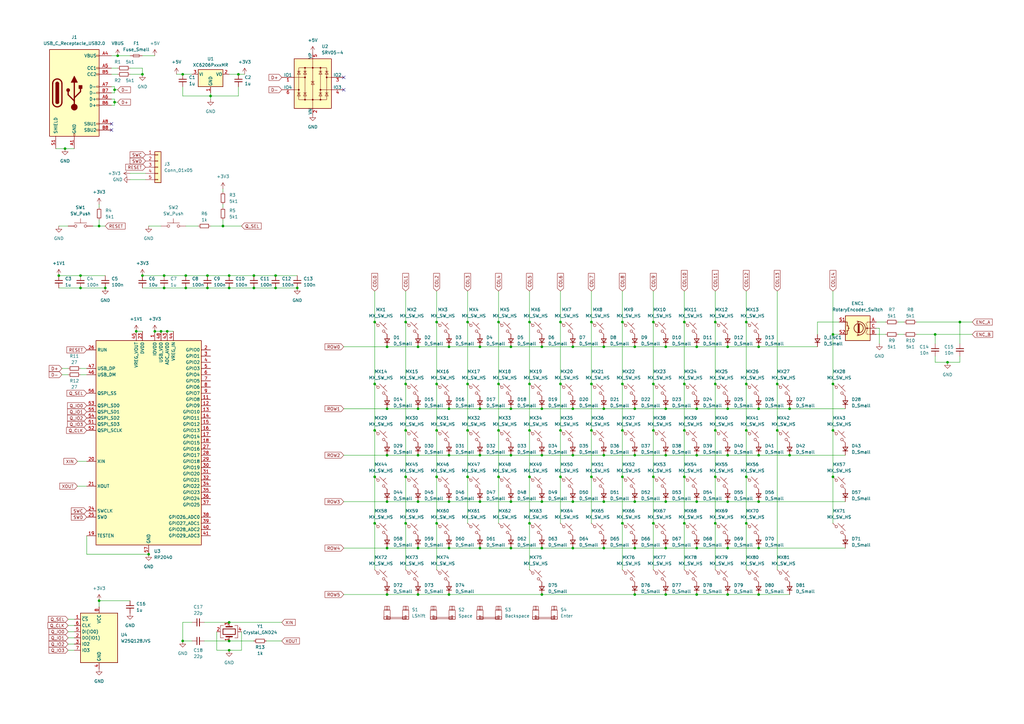
<source format=kicad_sch>
(kicad_sch (version 20230121) (generator eeschema)
  (paper "A3")
  (junction (at 104.14 113.03))
  (junction (at 191.77 157.48))
  (junction (at 273.05 142.24))
  (junction (at 306.07 214.63))
  (junction (at 306.07 132.08))
  (junction (at 209.55 167.64))
  (junction (at 33.02 113.03))
  (junction (at 311.15 142.24))
  (junction (at 209.55 142.24))
  (junction (at 85.09 118.11))
  (junction (at 260.35 224.79))
  (junction (at 60.96 227.33))
  (junction (at 153.67 214.63))
  (junction (at 191.77 176.53))
  (junction (at 242.57 132.08))
  (junction (at 267.97 132.08))
  (junction (at 260.35 167.64))
  (junction (at 293.37 195.58))
  (junction (at 55.88 135.89))
  (junction (at 267.97 195.58))
  (junction (at 222.25 167.64))
  (junction (at 234.95 167.64))
  (junction (at 166.37 195.58))
  (junction (at 153.67 132.08))
  (junction (at 158.75 243.84))
  (junction (at 267.97 176.53))
  (junction (at 285.75 205.74))
  (junction (at 158.75 224.79))
  (junction (at 293.37 214.63))
  (junction (at 293.37 176.53))
  (junction (at 158.75 186.69))
  (junction (at 247.65 167.64))
  (junction (at 171.45 142.24))
  (junction (at 298.45 205.74))
  (junction (at 171.45 186.69))
  (junction (at 93.98 255.27))
  (junction (at 247.65 205.74))
  (junction (at 229.87 132.08))
  (junction (at 293.37 132.08))
  (junction (at 179.07 157.48))
  (junction (at 217.17 195.58))
  (junction (at 204.47 176.53))
  (junction (at 393.7 132.08))
  (junction (at 46.99 41.91))
  (junction (at 247.65 142.24))
  (junction (at 184.15 243.84))
  (junction (at 260.35 205.74))
  (junction (at 196.85 142.24))
  (junction (at 298.45 186.69))
  (junction (at 229.87 195.58))
  (junction (at 306.07 195.58))
  (junction (at 388.62 148.59))
  (junction (at 196.85 205.74))
  (junction (at 209.55 205.74))
  (junction (at 255.27 176.53))
  (junction (at 222.25 142.24))
  (junction (at 166.37 176.53))
  (junction (at 191.77 195.58))
  (junction (at 341.63 157.48))
  (junction (at 24.13 113.03))
  (junction (at 184.15 167.64))
  (junction (at 97.79 30.48))
  (junction (at 229.87 176.53))
  (junction (at 58.42 30.48))
  (junction (at 260.35 186.69))
  (junction (at 280.67 214.63))
  (junction (at 273.05 224.79))
  (junction (at 293.37 157.48))
  (junction (at 267.97 157.48))
  (junction (at 158.75 205.74))
  (junction (at 171.45 167.64))
  (junction (at 217.17 214.63))
  (junction (at 113.03 118.11))
  (junction (at 171.45 243.84))
  (junction (at 306.07 176.53))
  (junction (at 222.25 205.74))
  (junction (at 184.15 186.69))
  (junction (at 306.07 157.48))
  (junction (at 121.92 118.11))
  (junction (at 93.98 266.7))
  (junction (at 184.15 142.24))
  (junction (at 255.27 195.58))
  (junction (at 280.67 157.48))
  (junction (at 234.95 205.74))
  (junction (at 74.93 262.89))
  (junction (at 158.75 142.24))
  (junction (at 158.75 167.64))
  (junction (at 204.47 195.58))
  (junction (at 242.57 176.53))
  (junction (at 318.77 157.48))
  (junction (at 76.2 113.03))
  (junction (at 86.36 39.37))
  (junction (at 153.67 176.53))
  (junction (at 298.45 243.84))
  (junction (at 66.04 135.89))
  (junction (at 179.07 132.08))
  (junction (at 93.98 262.89))
  (junction (at 67.31 113.03))
  (junction (at 222.25 224.79))
  (junction (at 209.55 224.79))
  (junction (at 273.05 186.69))
  (junction (at 273.05 243.84))
  (junction (at 273.05 205.74))
  (junction (at 184.15 224.79))
  (junction (at 63.5 135.89))
  (junction (at 298.45 142.24))
  (junction (at 311.15 167.64))
  (junction (at 323.85 167.64))
  (junction (at 33.02 118.11))
  (junction (at 298.45 224.79))
  (junction (at 280.67 195.58))
  (junction (at 285.75 142.24))
  (junction (at 93.98 118.11))
  (junction (at 247.65 186.69))
  (junction (at 166.37 157.48))
  (junction (at 179.07 195.58))
  (junction (at 229.87 157.48))
  (junction (at 280.67 132.08))
  (junction (at 48.26 22.86))
  (junction (at 341.63 137.16))
  (junction (at 217.17 176.53))
  (junction (at 260.35 142.24))
  (junction (at 255.27 132.08))
  (junction (at 280.67 176.53))
  (junction (at 58.42 113.03))
  (junction (at 85.09 113.03))
  (junction (at 222.25 186.69))
  (junction (at 179.07 214.63))
  (junction (at 153.67 157.48))
  (junction (at 40.64 246.38))
  (junction (at 285.75 243.84))
  (junction (at 255.27 157.48))
  (junction (at 204.47 157.48))
  (junction (at 323.85 186.69))
  (junction (at 285.75 167.64))
  (junction (at 67.31 118.11))
  (junction (at 93.98 113.03))
  (junction (at 46.99 36.83))
  (junction (at 68.58 135.89))
  (junction (at 267.97 214.63))
  (junction (at 209.55 186.69))
  (junction (at 171.45 224.79))
  (junction (at 311.15 205.74))
  (junction (at 242.57 195.58))
  (junction (at 166.37 132.08))
  (junction (at 104.14 118.11))
  (junction (at 74.93 30.48))
  (junction (at 311.15 243.84))
  (junction (at 298.45 167.64))
  (junction (at 234.95 224.79))
  (junction (at 43.18 118.11))
  (junction (at 204.47 132.08))
  (junction (at 113.03 113.03))
  (junction (at 311.15 186.69))
  (junction (at 234.95 186.69))
  (junction (at 196.85 224.79))
  (junction (at 196.85 186.69))
  (junction (at 26.67 60.96))
  (junction (at 179.07 176.53))
  (junction (at 285.75 186.69))
  (junction (at 217.17 157.48))
  (junction (at 341.63 176.53))
  (junction (at 191.77 132.08))
  (junction (at 222.25 243.84))
  (junction (at 341.63 195.58))
  (junction (at 166.37 214.63))
  (junction (at 153.67 195.58))
  (junction (at 273.05 167.64))
  (junction (at 260.35 243.84))
  (junction (at 171.45 205.74))
  (junction (at 383.54 137.16))
  (junction (at 91.44 92.71))
  (junction (at 234.95 142.24))
  (junction (at 40.64 92.71))
  (junction (at 311.15 224.79))
  (junction (at 247.65 224.79))
  (junction (at 196.85 167.64))
  (junction (at 255.27 214.63))
  (junction (at 285.75 224.79))
  (junction (at 242.57 157.48))
  (junction (at 76.2 118.11))
  (junction (at 184.15 205.74))
  (junction (at 217.17 132.08))
  (junction (at 318.77 176.53))
  (no_connect (at 140.97 36.83))
  (no_connect (at 45.72 50.8))
  (no_connect (at 140.97 31.75))
  (no_connect (at 45.72 53.34))
  (wire (pts (xy 285.75 243.84) (xy 298.45 243.84)))
  (wire (pts (xy 298.45 205.74) (xy 311.15 205.74)))
  (wire (pts (xy 360.68 134.62) (xy 359.41 134.62)))
  (wire (pts (xy 66.04 135.89) (xy 68.58 135.89)))
  (wire (pts (xy 40.64 92.71) (xy 43.18 92.71)))
  (wire (pts (xy 158.75 142.24) (xy 171.45 142.24)))
  (wire (pts (xy 255.27 214.63) (xy 255.27 233.68)))
  (wire (pts (xy 153.67 119.38) (xy 153.67 132.08)))
  (wire (pts (xy 260.35 205.74) (xy 273.05 205.74)))
  (wire (pts (xy 222.25 205.74) (xy 234.95 205.74)))
  (wire (pts (xy 280.67 214.63) (xy 280.67 233.68)))
  (wire (pts (xy 85.09 118.11) (xy 93.98 118.11)))
  (wire (pts (xy 140.97 142.24) (xy 158.75 142.24)))
  (wire (pts (xy 222.25 224.79) (xy 234.95 224.79)))
  (wire (pts (xy 60.96 92.71) (xy 66.04 92.71)))
  (wire (pts (xy 293.37 132.08) (xy 293.37 157.48)))
  (wire (pts (xy 53.34 73.66) (xy 59.69 73.66)))
  (wire (pts (xy 166.37 195.58) (xy 166.37 214.63)))
  (wire (pts (xy 217.17 132.08) (xy 217.17 157.48)))
  (wire (pts (xy 171.45 224.79) (xy 184.15 224.79)))
  (wire (pts (xy 280.67 119.38) (xy 280.67 132.08)))
  (wire (pts (xy 242.57 195.58) (xy 242.57 214.63)))
  (wire (pts (xy 285.75 205.74) (xy 298.45 205.74)))
  (wire (pts (xy 93.98 262.89) (xy 104.14 262.89)))
  (wire (pts (xy 31.75 189.23) (xy 35.56 189.23)))
  (wire (pts (xy 33.02 118.11) (xy 43.18 118.11)))
  (wire (pts (xy 247.65 224.79) (xy 260.35 224.79)))
  (wire (pts (xy 242.57 119.38) (xy 242.57 132.08)))
  (wire (pts (xy 273.05 186.69) (xy 285.75 186.69)))
  (wire (pts (xy 184.15 167.64) (xy 196.85 167.64)))
  (wire (pts (xy 38.1 92.71) (xy 40.64 92.71)))
  (wire (pts (xy 341.63 176.53) (xy 341.63 195.58)))
  (wire (pts (xy 273.05 205.74) (xy 285.75 205.74)))
  (wire (pts (xy 229.87 132.08) (xy 229.87 157.48)))
  (wire (pts (xy 217.17 214.63) (xy 217.17 233.68)))
  (wire (pts (xy 318.77 119.38) (xy 318.77 157.48)))
  (wire (pts (xy 158.75 167.64) (xy 171.45 167.64)))
  (wire (pts (xy 140.97 243.84) (xy 158.75 243.84)))
  (wire (pts (xy 318.77 157.48) (xy 318.77 176.53)))
  (wire (pts (xy 311.15 167.64) (xy 323.85 167.64)))
  (wire (pts (xy 393.7 148.59) (xy 388.62 148.59)))
  (wire (pts (xy 209.55 167.64) (xy 222.25 167.64)))
  (wire (pts (xy 344.17 137.16) (xy 341.63 137.16)))
  (wire (pts (xy 383.54 148.59) (xy 388.62 148.59)))
  (wire (pts (xy 78.74 255.27) (xy 74.93 255.27)))
  (wire (pts (xy 26.67 60.96) (xy 30.48 60.96)))
  (wire (pts (xy 166.37 157.48) (xy 166.37 176.53)))
  (wire (pts (xy 179.07 176.53) (xy 179.07 195.58)))
  (wire (pts (xy 209.55 186.69) (xy 222.25 186.69)))
  (wire (pts (xy 72.39 30.48) (xy 74.93 30.48)))
  (wire (pts (xy 298.45 142.24) (xy 311.15 142.24)))
  (wire (pts (xy 33.02 113.03) (xy 43.18 113.03)))
  (wire (pts (xy 293.37 119.38) (xy 293.37 132.08)))
  (wire (pts (xy 58.42 22.86) (xy 63.5 22.86)))
  (wire (pts (xy 267.97 119.38) (xy 267.97 132.08)))
  (wire (pts (xy 344.17 132.08) (xy 335.28 132.08)))
  (wire (pts (xy 153.67 176.53) (xy 153.67 195.58)))
  (wire (pts (xy 255.27 195.58) (xy 255.27 214.63)))
  (wire (pts (xy 86.36 40.64) (xy 86.36 39.37)))
  (wire (pts (xy 204.47 176.53) (xy 204.47 195.58)))
  (wire (pts (xy 25.4 153.67) (xy 27.94 153.67)))
  (wire (pts (xy 140.97 186.69) (xy 158.75 186.69)))
  (wire (pts (xy 24.13 118.11) (xy 33.02 118.11)))
  (wire (pts (xy 255.27 119.38) (xy 255.27 132.08)))
  (wire (pts (xy 222.25 142.24) (xy 234.95 142.24)))
  (wire (pts (xy 375.92 132.08) (xy 393.7 132.08)))
  (wire (pts (xy 184.15 224.79) (xy 196.85 224.79)))
  (wire (pts (xy 375.92 137.16) (xy 383.54 137.16)))
  (wire (pts (xy 234.95 205.74) (xy 247.65 205.74)))
  (wire (pts (xy 179.07 214.63) (xy 179.07 233.68)))
  (wire (pts (xy 67.31 118.11) (xy 76.2 118.11)))
  (wire (pts (xy 311.15 186.69) (xy 323.85 186.69)))
  (wire (pts (xy 298.45 186.69) (xy 311.15 186.69)))
  (wire (pts (xy 91.44 92.71) (xy 99.06 92.71)))
  (wire (pts (xy 255.27 132.08) (xy 255.27 157.48)))
  (wire (pts (xy 48.26 22.86) (xy 53.34 22.86)))
  (wire (pts (xy 306.07 157.48) (xy 306.07 176.53)))
  (wire (pts (xy 93.98 113.03) (xy 104.14 113.03)))
  (wire (pts (xy 76.2 118.11) (xy 85.09 118.11)))
  (wire (pts (xy 298.45 224.79) (xy 311.15 224.79)))
  (wire (pts (xy 318.77 176.53) (xy 318.77 233.68)))
  (wire (pts (xy 341.63 119.38) (xy 341.63 137.16)))
  (wire (pts (xy 247.65 167.64) (xy 260.35 167.64)))
  (wire (pts (xy 306.07 214.63) (xy 306.07 233.68)))
  (wire (pts (xy 280.67 195.58) (xy 280.67 214.63)))
  (wire (pts (xy 229.87 157.48) (xy 229.87 176.53)))
  (wire (pts (xy 93.98 118.11) (xy 104.14 118.11)))
  (wire (pts (xy 293.37 176.53) (xy 293.37 195.58)))
  (wire (pts (xy 76.2 113.03) (xy 85.09 113.03)))
  (wire (pts (xy 46.99 41.91) (xy 46.99 43.18)))
  (wire (pts (xy 341.63 157.48) (xy 341.63 176.53)))
  (wire (pts (xy 45.72 27.94) (xy 48.26 27.94)))
  (wire (pts (xy 27.94 254) (xy 30.48 254)))
  (wire (pts (xy 35.56 219.71) (xy 35.56 227.33)))
  (wire (pts (xy 67.31 113.03) (xy 76.2 113.03)))
  (wire (pts (xy 247.65 205.74) (xy 260.35 205.74)))
  (wire (pts (xy 86.36 92.71) (xy 91.44 92.71)))
  (wire (pts (xy 196.85 205.74) (xy 209.55 205.74)))
  (wire (pts (xy 97.79 35.56) (xy 97.79 39.37)))
  (wire (pts (xy 153.67 157.48) (xy 153.67 176.53)))
  (wire (pts (xy 184.15 186.69) (xy 196.85 186.69)))
  (wire (pts (xy 242.57 132.08) (xy 242.57 157.48)))
  (wire (pts (xy 196.85 186.69) (xy 209.55 186.69)))
  (wire (pts (xy 260.35 142.24) (xy 273.05 142.24)))
  (wire (pts (xy 217.17 176.53) (xy 217.17 195.58)))
  (wire (pts (xy 158.75 243.84) (xy 171.45 243.84)))
  (wire (pts (xy 179.07 157.48) (xy 179.07 176.53)))
  (wire (pts (xy 179.07 119.38) (xy 179.07 132.08)))
  (wire (pts (xy 104.14 113.03) (xy 113.03 113.03)))
  (wire (pts (xy 46.99 40.64) (xy 46.99 41.91)))
  (wire (pts (xy 280.67 157.48) (xy 280.67 176.53)))
  (wire (pts (xy 285.75 142.24) (xy 298.45 142.24)))
  (wire (pts (xy 53.34 71.12) (xy 59.69 71.12)))
  (wire (pts (xy 260.35 167.64) (xy 273.05 167.64)))
  (wire (pts (xy 91.44 90.17) (xy 91.44 92.71)))
  (wire (pts (xy 306.07 119.38) (xy 306.07 132.08)))
  (wire (pts (xy 88.9 259.08) (xy 88.9 266.7)))
  (wire (pts (xy 234.95 167.64) (xy 247.65 167.64)))
  (wire (pts (xy 204.47 132.08) (xy 204.47 157.48)))
  (wire (pts (xy 179.07 195.58) (xy 179.07 214.63)))
  (wire (pts (xy 229.87 119.38) (xy 229.87 132.08)))
  (wire (pts (xy 209.55 142.24) (xy 222.25 142.24)))
  (wire (pts (xy 393.7 146.05) (xy 393.7 148.59)))
  (wire (pts (xy 229.87 176.53) (xy 229.87 195.58)))
  (wire (pts (xy 68.58 135.89) (xy 71.12 135.89)))
  (wire (pts (xy 88.9 266.7) (xy 93.98 266.7)))
  (wire (pts (xy 306.07 176.53) (xy 306.07 195.58)))
  (wire (pts (xy 267.97 132.08) (xy 267.97 157.48)))
  (wire (pts (xy 63.5 135.89) (xy 66.04 135.89)))
  (wire (pts (xy 24.13 113.03) (xy 33.02 113.03)))
  (wire (pts (xy 24.13 92.71) (xy 27.94 92.71)))
  (wire (pts (xy 83.82 262.89) (xy 93.98 262.89)))
  (wire (pts (xy 40.64 83.82) (xy 40.64 85.09)))
  (wire (pts (xy 222.25 243.84) (xy 260.35 243.84)))
  (wire (pts (xy 140.97 224.79) (xy 158.75 224.79)))
  (wire (pts (xy 40.64 246.38) (xy 40.64 248.92)))
  (wire (pts (xy 27.94 261.62) (xy 30.48 261.62)))
  (wire (pts (xy 93.98 255.27) (xy 115.57 255.27)))
  (wire (pts (xy 204.47 195.58) (xy 204.47 214.63)))
  (wire (pts (xy 76.2 92.71) (xy 81.28 92.71)))
  (wire (pts (xy 280.67 132.08) (xy 280.67 157.48)))
  (wire (pts (xy 55.88 135.89) (xy 58.42 135.89)))
  (wire (pts (xy 217.17 119.38) (xy 217.17 132.08)))
  (wire (pts (xy 368.3 132.08) (xy 370.84 132.08)))
  (wire (pts (xy 273.05 224.79) (xy 285.75 224.79)))
  (wire (pts (xy 293.37 157.48) (xy 293.37 176.53)))
  (wire (pts (xy 267.97 157.48) (xy 267.97 176.53)))
  (wire (pts (xy 273.05 142.24) (xy 285.75 142.24)))
  (wire (pts (xy 280.67 176.53) (xy 280.67 195.58)))
  (wire (pts (xy 45.72 35.56) (xy 46.99 35.56)))
  (wire (pts (xy 298.45 167.64) (xy 311.15 167.64)))
  (wire (pts (xy 74.93 35.56) (xy 74.93 39.37)))
  (wire (pts (xy 113.03 113.03) (xy 121.92 113.03)))
  (wire (pts (xy 153.67 214.63) (xy 153.67 233.68)))
  (wire (pts (xy 368.3 137.16) (xy 370.84 137.16)))
  (wire (pts (xy 204.47 157.48) (xy 204.47 176.53)))
  (wire (pts (xy 40.64 246.38) (xy 53.34 246.38)))
  (wire (pts (xy 217.17 195.58) (xy 217.17 214.63)))
  (wire (pts (xy 267.97 176.53) (xy 267.97 195.58)))
  (wire (pts (xy 33.02 153.67) (xy 35.56 153.67)))
  (wire (pts (xy 140.97 205.74) (xy 158.75 205.74)))
  (wire (pts (xy 298.45 243.84) (xy 311.15 243.84)))
  (wire (pts (xy 85.09 113.03) (xy 93.98 113.03)))
  (wire (pts (xy 171.45 186.69) (xy 184.15 186.69)))
  (wire (pts (xy 97.79 30.48) (xy 100.33 30.48)))
  (wire (pts (xy 113.03 118.11) (xy 121.92 118.11)))
  (wire (pts (xy 255.27 176.53) (xy 255.27 195.58)))
  (wire (pts (xy 359.41 132.08) (xy 363.22 132.08)))
  (wire (pts (xy 184.15 243.84) (xy 222.25 243.84)))
  (wire (pts (xy 255.27 157.48) (xy 255.27 176.53)))
  (wire (pts (xy 341.63 137.16) (xy 341.63 157.48)))
  (wire (pts (xy 153.67 132.08) (xy 153.67 157.48)))
  (wire (pts (xy 46.99 41.91) (xy 48.26 41.91)))
  (wire (pts (xy 311.15 243.84) (xy 323.85 243.84)))
  (wire (pts (xy 383.54 137.16) (xy 383.54 140.97)))
  (wire (pts (xy 273.05 243.84) (xy 285.75 243.84)))
  (wire (pts (xy 46.99 36.83) (xy 48.26 36.83)))
  (wire (pts (xy 191.77 157.48) (xy 191.77 176.53)))
  (wire (pts (xy 184.15 205.74) (xy 196.85 205.74)))
  (wire (pts (xy 25.4 151.13) (xy 27.94 151.13)))
  (wire (pts (xy 234.95 142.24) (xy 247.65 142.24)))
  (wire (pts (xy 341.63 195.58) (xy 341.63 214.63)))
  (wire (pts (xy 285.75 224.79) (xy 298.45 224.79)))
  (wire (pts (xy 285.75 167.64) (xy 298.45 167.64)))
  (wire (pts (xy 247.65 186.69) (xy 260.35 186.69)))
  (wire (pts (xy 166.37 176.53) (xy 166.37 195.58)))
  (wire (pts (xy 109.22 262.89) (xy 115.57 262.89)))
  (wire (pts (xy 166.37 214.63) (xy 166.37 233.68)))
  (wire (pts (xy 311.15 224.79) (xy 346.71 224.79)))
  (wire (pts (xy 209.55 205.74) (xy 222.25 205.74)))
  (wire (pts (xy 242.57 176.53) (xy 242.57 195.58)))
  (wire (pts (xy 383.54 137.16) (xy 398.78 137.16)))
  (wire (pts (xy 27.94 256.54) (xy 30.48 256.54)))
  (wire (pts (xy 393.7 132.08) (xy 393.7 140.97)))
  (wire (pts (xy 383.54 146.05) (xy 383.54 148.59)))
  (wire (pts (xy 74.93 30.48) (xy 78.74 30.48)))
  (wire (pts (xy 360.68 134.62) (xy 360.68 140.97)))
  (wire (pts (xy 171.45 167.64) (xy 184.15 167.64)))
  (wire (pts (xy 53.34 30.48) (xy 58.42 30.48)))
  (wire (pts (xy 179.07 132.08) (xy 179.07 157.48)))
  (wire (pts (xy 234.95 186.69) (xy 247.65 186.69)))
  (wire (pts (xy 74.93 39.37) (xy 86.36 39.37)))
  (wire (pts (xy 35.56 227.33) (xy 60.96 227.33)))
  (wire (pts (xy 171.45 142.24) (xy 184.15 142.24)))
  (wire (pts (xy 191.77 132.08) (xy 191.77 157.48)))
  (wire (pts (xy 158.75 205.74) (xy 171.45 205.74)))
  (wire (pts (xy 306.07 195.58) (xy 306.07 214.63)))
  (wire (pts (xy 58.42 118.11) (xy 67.31 118.11)))
  (wire (pts (xy 222.25 167.64) (xy 234.95 167.64)))
  (wire (pts (xy 293.37 214.63) (xy 293.37 233.68)))
  (wire (pts (xy 229.87 195.58) (xy 229.87 214.63)))
  (wire (pts (xy 171.45 243.84) (xy 184.15 243.84)))
  (wire (pts (xy 196.85 167.64) (xy 209.55 167.64)))
  (wire (pts (xy 158.75 224.79) (xy 171.45 224.79)))
  (wire (pts (xy 74.93 255.27) (xy 74.93 262.89)))
  (wire (pts (xy 222.25 186.69) (xy 234.95 186.69)))
  (wire (pts (xy 58.42 113.03) (xy 67.31 113.03)))
  (wire (pts (xy 204.47 119.38) (xy 204.47 132.08)))
  (wire (pts (xy 234.95 224.79) (xy 247.65 224.79)))
  (wire (pts (xy 166.37 119.38) (xy 166.37 132.08)))
  (wire (pts (xy 166.37 132.08) (xy 166.37 157.48)))
  (wire (pts (xy 209.55 224.79) (xy 222.25 224.79)))
  (wire (pts (xy 46.99 43.18) (xy 45.72 43.18)))
  (wire (pts (xy 260.35 243.84) (xy 273.05 243.84)))
  (wire (pts (xy 27.94 266.7) (xy 30.48 266.7)))
  (wire (pts (xy 86.36 39.37) (xy 86.36 38.1)))
  (wire (pts (xy 99.06 266.7) (xy 93.98 266.7)))
  (wire (pts (xy 83.82 255.27) (xy 93.98 255.27)))
  (wire (pts (xy 91.44 77.47) (xy 91.44 78.74)))
  (wire (pts (xy 40.64 90.17) (xy 40.64 92.71)))
  (wire (pts (xy 335.28 132.08) (xy 335.28 137.16)))
  (wire (pts (xy 247.65 142.24) (xy 260.35 142.24)))
  (wire (pts (xy 27.94 264.16) (xy 30.48 264.16)))
  (wire (pts (xy 323.85 167.64) (xy 346.71 167.64)))
  (wire (pts (xy 184.15 142.24) (xy 196.85 142.24)))
  (wire (pts (xy 45.72 22.86) (xy 48.26 22.86)))
  (wire (pts (xy 93.98 30.48) (xy 97.79 30.48)))
  (wire (pts (xy 153.67 195.58) (xy 153.67 214.63)))
  (wire (pts (xy 58.42 27.94) (xy 58.42 30.48)))
  (wire (pts (xy 99.06 259.08) (xy 99.06 266.7)))
  (wire (pts (xy 242.57 157.48) (xy 242.57 176.53)))
  (wire (pts (xy 22.86 60.96) (xy 26.67 60.96)))
  (wire (pts (xy 46.99 38.1) (xy 46.99 36.83)))
  (wire (pts (xy 104.14 118.11) (xy 113.03 118.11)))
  (wire (pts (xy 45.72 30.48) (xy 48.26 30.48)))
  (wire (pts (xy 267.97 214.63) (xy 267.97 233.68)))
  (wire (pts (xy 74.93 262.89) (xy 78.74 262.89)))
  (wire (pts (xy 196.85 142.24) (xy 209.55 142.24)))
  (wire (pts (xy 158.75 186.69) (xy 171.45 186.69)))
  (wire (pts (xy 45.72 38.1) (xy 46.99 38.1)))
  (wire (pts (xy 306.07 132.08) (xy 306.07 157.48)))
  (wire (pts (xy 91.44 83.82) (xy 91.44 85.09)))
  (wire (pts (xy 393.7 132.08) (xy 398.78 132.08)))
  (wire (pts (xy 27.94 259.08) (xy 30.48 259.08)))
  (wire (pts (xy 196.85 224.79) (xy 209.55 224.79)))
  (wire (pts (xy 260.35 186.69) (xy 273.05 186.69)))
  (wire (pts (xy 311.15 142.24) (xy 335.28 142.24)))
  (wire (pts (xy 285.75 186.69) (xy 298.45 186.69)))
  (wire (pts (xy 171.45 205.74) (xy 184.15 205.74)))
  (wire (pts (xy 97.79 39.37) (xy 86.36 39.37)))
  (wire (pts (xy 31.75 199.39) (xy 35.56 199.39)))
  (wire (pts (xy 273.05 167.64) (xy 285.75 167.64)))
  (wire (pts (xy 191.77 119.38) (xy 191.77 132.08)))
  (wire (pts (xy 217.17 157.48) (xy 217.17 176.53)))
  (wire (pts (xy 323.85 186.69) (xy 346.71 186.69)))
  (wire (pts (xy 140.97 167.64) (xy 158.75 167.64)))
  (wire (pts (xy 33.02 151.13) (xy 35.56 151.13)))
  (wire (pts (xy 260.35 224.79) (xy 273.05 224.79)))
  (wire (pts (xy 45.72 40.64) (xy 46.99 40.64)))
  (wire (pts (xy 293.37 195.58) (xy 293.37 214.63)))
  (wire (pts (xy 46.99 35.56) (xy 46.99 36.83)))
  (wire (pts (xy 191.77 195.58) (xy 191.77 214.63)))
  (wire (pts (xy 191.77 176.53) (xy 191.77 195.58)))
  (wire (pts (xy 53.34 27.94) (xy 58.42 27.94)))
  (wire (pts (xy 359.41 137.16) (xy 363.22 137.16)))
  (wire (pts (xy 267.97 195.58) (xy 267.97 214.63)))
  (wire (pts (xy 311.15 205.74) (xy 346.71 205.74)))
  (global_label "XIN" (shape input) (at 115.57 255.27 0) (property "Intersheetrefs" "${INTERSHEET_REFS}" (effects hide)))
  (global_label "COL3" (shape input) (at 191.77 119.38 90) (property "Intersheetrefs" "${INTERSHEET_REFS}" (effects hide)))
  (global_label "COL10" (shape input) (at 280.67 119.38 90) (property "Intersheetrefs" "${INTERSHEET_REFS}" (effects hide)))
  (global_label "D-" (shape input) (at 115.57 36.83 180) (property "Intersheetrefs" "${INTERSHEET_REFS}" (effects hide)))
  (global_label "D-" (shape input) (at 25.4 153.67 180) (property "Intersheetrefs" "${INTERSHEET_REFS}" (effects hide)))
  (global_label "ROW3" (shape input) (at 140.97 205.74 180) (property "Intersheetrefs" "${INTERSHEET_REFS}" (effects hide)))
  (global_label "ROW4" (shape input) (at 140.97 224.79 180) (property "Intersheetrefs" "${INTERSHEET_REFS}" (effects hide)))
  (global_label "COL12" (shape input) (at 306.07 119.38 90) (property "Intersheetrefs" "${INTERSHEET_REFS}" (effects hide)))
  (global_label "COL13" (shape input) (at 318.77 119.38 90) (property "Intersheetrefs" "${INTERSHEET_REFS}" (effects hide)))
  (global_label "SWD" (shape input) (at 59.69 66.04 180) (property "Intersheetrefs" "${INTERSHEET_REFS}" (effects hide)))
  (global_label "Q_SEL" (shape input) (at 27.94 254 180) (property "Intersheetrefs" "${INTERSHEET_REFS}" (effects hide)))
  (global_label "Q_IO0" (shape input) (at 27.94 259.08 180) (property "Intersheetrefs" "${INTERSHEET_REFS}" (effects hide)))
  (global_label "D+" (shape input) (at 48.26 41.91 0) (property "Intersheetrefs" "${INTERSHEET_REFS}" (effects hide)))
  (global_label "XOUT" (shape input) (at 31.75 199.39 180) (property "Intersheetrefs" "${INTERSHEET_REFS}" (effects hide)))
  (global_label "Q_CLK" (shape input) (at 27.94 256.54 180) (property "Intersheetrefs" "${INTERSHEET_REFS}" (effects hide)))
  (global_label "COL2" (shape input) (at 179.07 119.38 90) (property "Intersheetrefs" "${INTERSHEET_REFS}" (effects hide)))
  (global_label "Q_IO3" (shape input) (at 35.56 173.99 180) (property "Intersheetrefs" "${INTERSHEET_REFS}" (effects hide)))
  (global_label "COL11" (shape input) (at 293.37 119.38 90) (property "Intersheetrefs" "${INTERSHEET_REFS}" (effects hide)))
  (global_label "COL9" (shape input) (at 267.97 119.38 90) (property "Intersheetrefs" "${INTERSHEET_REFS}" (effects hide)))
  (global_label "SWC" (shape input) (at 35.56 209.55 180) (property "Intersheetrefs" "${INTERSHEET_REFS}" (effects hide)))
  (global_label "Q_SEL" (shape input) (at 99.06 92.71 0) (property "Intersheetrefs" "${INTERSHEET_REFS}" (effects hide)))
  (global_label "D+" (shape input) (at 115.57 31.75 180) (property "Intersheetrefs" "${INTERSHEET_REFS}" (effects hide)))
  (global_label "Q_IO3" (shape input) (at 27.94 266.7 180) (property "Intersheetrefs" "${INTERSHEET_REFS}" (effects hide)))
  (global_label "ROW2" (shape input) (at 140.97 186.69 180) (property "Intersheetrefs" "${INTERSHEET_REFS}" (effects hide)))
  (global_label "COL5" (shape input) (at 217.17 119.38 90) (property "Intersheetrefs" "${INTERSHEET_REFS}" (effects hide)))
  (global_label "COL6" (shape input) (at 229.87 119.38 90) (property "Intersheetrefs" "${INTERSHEET_REFS}" (effects hide)))
  (global_label "ROW5" (shape input) (at 140.97 243.84 180) (property "Intersheetrefs" "${INTERSHEET_REFS}" (effects hide)))
  (global_label "D-" (shape input) (at 48.26 36.83 0) (property "Intersheetrefs" "${INTERSHEET_REFS}" (effects hide)))
  (global_label "Q_IO2" (shape input) (at 27.94 264.16 180) (property "Intersheetrefs" "${INTERSHEET_REFS}" (effects hide)))
  (global_label "Q_IO1" (shape input) (at 27.94 261.62 180) (property "Intersheetrefs" "${INTERSHEET_REFS}" (effects hide)))
  (global_label "ENC_B" (shape input) (at 398.78 137.16 0) (property "Intersheetrefs" "${INTERSHEET_REFS}" (effects hide)))
  (global_label "COL14" (shape input) (at 341.63 119.38 90) (property "Intersheetrefs" "${INTERSHEET_REFS}" (effects hide)))
  (global_label "Q_CLK" (shape input) (at 35.56 176.53 180) (property "Intersheetrefs" "${INTERSHEET_REFS}" (effects hide)))
  (global_label "RESET" (shape input) (at 43.18 92.71 0) (property "Intersheetrefs" "${INTERSHEET_REFS}" (effects hide)))
  (global_label "D+" (shape input) (at 25.4 151.13 180) (property "Intersheetrefs" "${INTERSHEET_REFS}" (effects hide)))
  (global_label "Q_SEL" (shape input) (at 35.56 161.29 180) (property "Intersheetrefs" "${INTERSHEET_REFS}" (effects hide)))
  (global_label "COL8" (shape input) (at 255.27 119.38 90) (property "Intersheetrefs" "${INTERSHEET_REFS}" (effects hide)))
  (global_label "RESET" (shape input) (at 35.56 143.51 180) (property "Intersheetrefs" "${INTERSHEET_REFS}" (effects hide)))
  (global_label "XIN" (shape input) (at 31.75 189.23 180) (property "Intersheetrefs" "${INTERSHEET_REFS}" (effects hide)))
  (global_label "ROW0" (shape input) (at 140.97 142.24 180) (property "Intersheetrefs" "${INTERSHEET_REFS}" (effects hide)))
  (global_label "ROW1" (shape input) (at 140.97 167.64 180) (property "Intersheetrefs" "${INTERSHEET_REFS}" (effects hide)))
  (global_label "COL0" (shape input) (at 153.67 119.38 90) (property "Intersheetrefs" "${INTERSHEET_REFS}" (effects hide)))
  (global_label "COL4" (shape input) (at 204.47 119.38 90) (property "Intersheetrefs" "${INTERSHEET_REFS}" (effects hide)))
  (global_label "ENC_A" (shape input) (at 398.78 132.08 0) (property "Intersheetrefs" "${INTERSHEET_REFS}" (effects hide)))
  (global_label "COL7" (shape input) (at 242.57 119.38 90) (property "Intersheetrefs" "${INTERSHEET_REFS}" (effects hide)))
  (global_label "COL1" (shape input) (at 166.37 119.38 90) (property "Intersheetrefs" "${INTERSHEET_REFS}" (effects hide)))
  (global_label "Q_IO1" (shape input) (at 35.56 168.91 180) (property "Intersheetrefs" "${INTERSHEET_REFS}" (effects hide)))
  (global_label "SWD" (shape input) (at 35.56 212.09 180) (property "Intersheetrefs" "${INTERSHEET_REFS}" (effects hide)))
  (global_label "SWC" (shape input) (at 59.69 63.5 180) (property "Intersheetrefs" "${INTERSHEET_REFS}" (effects hide)))
  (global_label "Q_IO2" (shape input) (at 35.56 171.45 180) (property "Intersheetrefs" "${INTERSHEET_REFS}" (effects hide)))
  (global_label "XOUT" (shape input) (at 115.57 262.89 0) (property "Intersheetrefs" "${INTERSHEET_REFS}" (effects hide)))
  (global_label "Q_IO0" (shape input) (at 35.56 166.37 180) (property "Intersheetrefs" "${INTERSHEET_REFS}" (effects hide)))
  (global_label "RESET" (shape input) (at 59.69 68.58 180) (property "Intersheetrefs" "${INTERSHEET_REFS}" (effects hide)))
  (symbol (lib_id "Device:D_Small") (at 184.15 241.3 90) (unit 1)
    (property "Reference" "D74" (at 186.69 240.03 90) (effects (justify right)))
    (property "Value" "D_Small" (at 186.69 242.57 90) (effects (justify right)))
    (property "Footprint" "Diode_SMD:D_SOD-123" (effects hide))
    (property "Sim.Device" "D" (effects hide))
    (property "Sim.Pins" "1=K 2=A" (effects hide))
  )
  (symbol (lib_id "Memory_Flash:W25Q128JVS") (at 40.64 261.62 0) (unit 1)
    (property "Reference" "U4" (at 49.53 260.35 0) (effects (justify left)))
    (property "Value" "W25Q128JVS" (at 49.53 262.89 0) (effects (justify left)))
    (property "Footprint" "Package_SO:SOIC-8_5.23x5.23mm_P1.27mm" (effects hide))
    (property "Datasheet" "http://www.winbond.com/resource-files/w25q128jv_dtr%20revc%2003272018%20plus.pdf" (effects hide))
  )
  (symbol (lib_id "Device:C_Small") (at 43.18 115.57 0) (unit 1)
    (property "Reference" "C5" (at 45.72 114.3063 0) (effects (justify left)))
    (property "Value" "100n" (at 45.72 116.8463 0) (effects (justify left)))
    (property "Footprint" "Capacitor_SMD:C_0402_1005Metric" (effects hide))
  )
  (symbol (lib_id "Device:D_Small") (at 260.35 165.1 90) (unit 1)
    (property "Reference" "D22" (at 262.89 163.83 90) (effects (justify right)))
    (property "Value" "D_Small" (at 262.89 166.37 90) (effects (justify right)))
    (property "Footprint" "Diode_SMD:D_SOD-123" (effects hide))
    (property "Sim.Device" "D" (effects hide))
    (property "Sim.Pins" "1=K 2=A" (effects hide))
  )
  (symbol (lib_id "Device:C_Small") (at 393.7 143.51 0) (mirror y) (unit 1)
    (property "Reference" "C15" (at 391.16 142.2463 0) (effects (justify left)))
    (property "Value" "10n" (at 391.16 144.7863 0) (effects (justify left)))
    (property "Footprint" "Capacitor_SMD:C_0402_1005Metric" (effects hide))
  )
  (symbol (lib_id "PCM_marbastlib-mx:MX_SW_HS") (at 295.91 236.22 0) (unit 1)
    (property "Reference" "MX79" (at 295.91 228.6 0))
    (property "Value" "MX_SW_HS" (at 295.91 231.14 0))
    (property "Footprint" "PCM_marbastlib-mx:SW_MX_HS_1u" (effects hide))
  )
  (symbol (lib_id "PCM_marbastlib-mx:MX_SW_HS") (at 295.91 217.17 0) (unit 1)
    (property "Reference" "MX69" (at 295.91 209.55 0))
    (property "Value" "MX_SW_HS" (at 295.91 212.09 0))
    (property "Footprint" "PCM_marbastlib-mx:SW_MX_HS_1.75u" (effects hide))
  )
  (symbol (lib_id "power:GND") (at 86.36 40.64 0) (unit 1)
    (property "Reference" "#PWR07" (effects hide))
    (property "Value" "GND" (at 86.36 45.72 0))
  )
  (symbol (lib_id "Device:D_Small") (at 298.45 139.7 90) (unit 1)
    (property "Reference" "D12" (at 300.99 138.43 90) (effects (justify right)))
    (property "Value" "D_Small" (at 300.99 140.97 90) (effects (justify right)))
    (property "Footprint" "Diode_SMD:D_SOD-123" (effects hide))
    (property "Sim.Device" "D" (effects hide))
    (property "Sim.Pins" "1=K 2=A" (effects hide))
  )
  (symbol (lib_id "Device:C_Small") (at 383.54 143.51 0) (mirror y) (unit 1)
    (property "Reference" "C14" (at 381 142.2463 0) (effects (justify left)))
    (property "Value" "10n" (at 381 144.7863 0) (effects (justify left)))
    (property "Footprint" "Capacitor_SMD:C_0402_1005Metric" (effects hide))
  )
  (symbol (lib_id "Device:D_Small") (at 311.15 241.3 90) (unit 1)
    (property "Reference" "D80" (at 313.69 240.03 90) (effects (justify right)))
    (property "Value" "D_Small" (at 313.69 242.57 90) (effects (justify right)))
    (property "Footprint" "Diode_SMD:D_SOD-123" (effects hide))
    (property "Sim.Device" "D" (effects hide))
    (property "Sim.Pins" "1=K 2=A" (effects hide))
  )
  (symbol (lib_id "PCM_marbastlib-mx:MX_SW_HS") (at 207.01 217.17 0) (unit 1)
    (property "Reference" "MX62" (at 207.01 209.55 0))
    (property "Value" "MX_SW_HS" (at 207.01 212.09 0))
    (property "Footprint" "PCM_marbastlib-mx:SW_MX_HS_1u" (effects hide))
  )
  (symbol (lib_id "Device:D_Small") (at 184.15 222.25 90) (unit 1)
    (property "Reference" "D60" (at 186.69 220.98 90) (effects (justify right)))
    (property "Value" "D_Small" (at 186.69 223.52 90) (effects (justify right)))
    (property "Footprint" "Diode_SMD:D_SOD-123" (effects hide))
    (property "Sim.Device" "D" (effects hide))
    (property "Sim.Pins" "1=K 2=A" (effects hide))
  )
  (symbol (lib_id "Device:C_Small") (at 81.28 262.89 90) (unit 1)
    (property "Reference" "C18" (at 81.28 266.7 90))
    (property "Value" "22p" (at 81.28 269.24 90))
    (property "Footprint" "Capacitor_SMD:C_0402_1005Metric" (effects hide))
  )
  (symbol (lib_id "PCM_marbastlib-mx:MX_SW_HS") (at 232.41 217.17 0) (unit 1)
    (property "Reference" "MX64" (at 232.41 209.55 0))
    (property "Value" "MX_SW_HS" (at 232.41 212.09 0))
    (property "Footprint" "PCM_marbastlib-mx:SW_MX_HS_1u" (effects hide))
  )
  (symbol (lib_id "PCM_marbastlib-mx:MX_SW_HS") (at 156.21 198.12 0) (unit 1)
    (property "Reference" "MX44" (at 156.21 190.5 0))
    (property "Value" "MX_SW_HS" (at 156.21 193.04 0))
    (property "Footprint" "PCM_marbastlib-mx:SW_MX_HS_1.75u" (effects hide))
  )
  (symbol (lib_id "Device:D_Small") (at 209.55 139.7 90) (unit 1)
    (property "Reference" "D5" (at 212.09 138.43 90) (effects (justify right)))
    (property "Value" "D_Small" (at 212.09 140.97 90) (effects (justify right)))
    (property "Footprint" "Diode_SMD:D_SOD-123" (effects hide))
    (property "Sim.Device" "D" (effects hide))
    (property "Sim.Pins" "1=K 2=A" (effects hide))
  )
  (symbol (lib_id "Device:D_Small") (at 184.15 184.15 90) (unit 1)
    (property "Reference" "D31" (at 186.69 182.88 90) (effects (justify right)))
    (property "Value" "D_Small" (at 186.69 185.42 90) (effects (justify right)))
    (property "Footprint" "Diode_SMD:D_SOD-123" (effects hide))
    (property "Sim.Device" "D" (effects hide))
    (property "Sim.Pins" "1=K 2=A" (effects hide))
  )
  (symbol (lib_id "PCM_marbastlib-mx:MX_SW_HS") (at 270.51 160.02 0) (unit 1)
    (property "Reference" "MX23" (at 270.51 152.4 0))
    (property "Value" "MX_SW_HS" (at 270.51 154.94 0))
    (property "Footprint" "PCM_marbastlib-mx:SW_MX_HS_1u" (effects hide))
  )
  (symbol (lib_id "PCM_marbastlib-mx:MX_stab") (at 162.56 251.46 0) (unit 1)
    (property "Reference" "S1" (at 168.91 250.063 0) (effects (justify left)))
    (property "Value" "LShift" (at 168.91 252.603 0) (effects (justify left)))
    (property "Footprint" "PCM_marbastlib-mx:STAB_MX_P_2.25u" (effects hide))
  )
  (symbol (lib_id "Device:D_Small") (at 273.05 203.2 90) (unit 1)
    (property "Reference" "D53" (at 275.59 201.93 90) (effects (justify right)))
    (property "Value" "D_Small" (at 275.59 204.47 90) (effects (justify right)))
    (property "Footprint" "Diode_SMD:D_SOD-123" (effects hide))
    (property "Sim.Device" "D" (effects hide))
    (property "Sim.Pins" "1=K 2=A" (effects hide))
  )
  (symbol (lib_id "PCM_marbastlib-mx:MX_SW_HS") (at 344.17 179.07 0) (unit 1)
    (property "Reference" "MX43" (at 344.17 171.45 0))
    (property "Value" "MX_SW_HS" (at 344.17 173.99 0))
    (property "Footprint" "PCM_marbastlib-mx:SW_MX_HS_1u" (effects hide))
  )
  (symbol (lib_id "Device:R_Small") (at 30.48 151.13 90) (unit 1)
    (property "Reference" "R11" (at 30.48 146.05 90))
    (property "Value" "27" (at 30.48 148.59 90))
    (property "Footprint" "Resistor_SMD:R_0402_1005Metric" (effects hide))
  )
  (symbol (lib_id "Device:D_Small") (at 196.85 222.25 90) (unit 1)
    (property "Reference" "D61" (at 199.39 220.98 90) (effects (justify right)))
    (property "Value" "D_Small" (at 199.39 223.52 90) (effects (justify right)))
    (property "Footprint" "Diode_SMD:D_SOD-123" (effects hide))
    (property "Sim.Device" "D" (effects hide))
    (property "Sim.Pins" "1=K 2=A" (effects hide))
  )
  (symbol (lib_id "PCM_marbastlib-mx:MX_SW_HS") (at 219.71 217.17 0) (unit 1)
    (property "Reference" "MX63" (at 219.71 209.55 0))
    (property "Value" "MX_SW_HS" (at 219.71 212.09 0))
    (property "Footprint" "PCM_marbastlib-mx:SW_MX_HS_1u" (effects hide))
  )
  (symbol (lib_id "power:GND") (at 93.98 266.7 0) (unit 1)
    (property "Reference" "#PWR030" (effects hide))
    (property "Value" "GND" (at 93.98 271.78 0))
  )
  (symbol (lib_id "Device:D_Small") (at 298.45 165.1 90) (unit 1)
    (property "Reference" "D25" (at 300.99 163.83 90) (effects (justify right)))
    (property "Value" "D_Small" (at 300.99 166.37 90) (effects (justify right)))
    (property "Footprint" "Diode_SMD:D_SOD-123" (effects hide))
    (property "Sim.Device" "D" (effects hide))
    (property "Sim.Pins" "1=K 2=A" (effects hide))
  )
  (symbol (lib_id "Device:R_Small") (at 373.38 137.16 270) (mirror x) (unit 1)
    (property "Reference" "R10" (at 373.38 139.7 90))
    (property "Value" "5k1" (at 373.38 142.24 90))
    (property "Footprint" "Resistor_SMD:R_0402_1005Metric" (effects hide))
  )
  (symbol (lib_id "Device:D_Small") (at 247.65 203.2 90) (unit 1)
    (property "Reference" "D51" (at 250.19 201.93 90) (effects (justify right)))
    (property "Value" "D_Small" (at 250.19 204.47 90) (effects (justify right)))
    (property "Footprint" "Diode_SMD:D_SOD-123" (effects hide))
    (property "Sim.Device" "D" (effects hide))
    (property "Sim.Pins" "1=K 2=A" (effects hide))
  )
  (symbol (lib_id "Device:D_Small") (at 323.85 165.1 90) (unit 1)
    (property "Reference" "D27" (at 326.39 163.83 90) (effects (justify right)))
    (property "Value" "D_Small" (at 326.39 166.37 90) (effects (justify right)))
    (property "Footprint" "Diode_SMD:D_SOD-123" (effects hide))
    (property "Sim.Device" "D" (effects hide))
    (property "Sim.Pins" "1=K 2=A" (effects hide))
  )
  (symbol (lib_id "power:+3V3") (at 40.64 246.38 0) (unit 1)
    (property "Reference" "#PWR027" (effects hide))
    (property "Value" "+3V3" (at 40.64 241.3 0))
  )
  (symbol (lib_id "PCM_marbastlib-mx:MX_SW_HS") (at 232.41 179.07 0) (unit 1)
    (property "Reference" "MX35" (at 232.41 171.45 0))
    (property "Value" "MX_SW_HS" (at 232.41 173.99 0))
    (property "Footprint" "PCM_marbastlib-mx:SW_MX_HS_1u" (effects hide))
  )
  (symbol (lib_id "Device:RotaryEncoder_Switch") (at 351.79 134.62 0) (mirror y) (unit 1)
    (property "Reference" "ENC1" (at 351.79 124.46 0))
    (property "Value" "RotaryEncoder_Switch" (at 351.79 127 0))
    (property "Footprint" "PCM_marbastlib-various:ROT_Alps_EC11E-Switch" (effects hide))
  )
  (symbol (lib_id "PCM_marbastlib-mx:MX_SW_HS") (at 283.21 179.07 0) (unit 1)
    (property "Reference" "MX39" (at 283.21 171.45 0))
    (property "Value" "MX_SW_HS" (at 283.21 173.99 0))
    (property "Footprint" "PCM_marbastlib-mx:SW_MX_HS_1u" (effects hide))
  )
  (symbol (lib_id "PCM_marbastlib-mx:MX_SW_HS") (at 308.61 217.17 0) (unit 1)
    (property "Reference" "MX70" (at 308.61 209.55 0))
    (property "Value" "MX_SW_HS" (at 308.61 212.09 0))
    (property "Footprint" "PCM_marbastlib-mx:SW_MX_HS_1u" (effects hide))
  )
  (symbol (lib_id "PCM_marbastlib-mx:MX_SW_HS") (at 168.91 179.07 0) (unit 1)
    (property "Reference" "MX30" (at 168.91 171.45 0))
    (property "Value" "MX_SW_HS" (at 168.91 173.99 0))
    (property "Footprint" "PCM_marbastlib-mx:SW_MX_HS_1u" (effects hide))
  )
  (symbol (lib_id "PCM_marbastlib-mx:MX_SW_HS") (at 181.61 179.07 0) (unit 1)
    (property "Reference" "MX31" (at 181.61 171.45 0))
    (property "Value" "MX_SW_HS" (at 181.61 173.99 0))
    (property "Footprint" "PCM_marbastlib-mx:SW_MX_HS_1u" (effects hide))
  )
  (symbol (lib_id "Device:C_Small") (at 113.03 115.57 0) (unit 1)
    (property "Reference" "C12" (at 115.57 114.3063 0) (effects (justify left)))
    (property "Value" "100n" (at 115.57 116.8463 0) (effects (justify left)))
    (property "Footprint" "Capacitor_SMD:C_0402_1005Metric" (effects hide))
  )
  (symbol (lib_id "Device:D_Small") (at 171.45 222.25 90) (unit 1)
    (property "Reference" "D59" (at 173.99 220.98 90) (effects (justify right)))
    (property "Value" "D_Small" (at 173.99 223.52 90) (effects (justify right)))
    (property "Footprint" "Diode_SMD:D_SOD-123" (effects hide))
    (property "Sim.Device" "D" (effects hide))
    (property "Sim.Pins" "1=K 2=A" (effects hide))
  )
  (symbol (lib_id "PCM_marbastlib-mx:MX_SW_HS") (at 344.17 198.12 0) (unit 1)
    (property "Reference" "MX57" (at 344.17 190.5 0))
    (property "Value" "MX_SW_HS" (at 344.17 193.04 0))
    (property "Footprint" "PCM_marbastlib-mx:SW_MX_HS_1u" (effects hide))
  )
  (symbol (lib_id "Device:D_Small") (at 311.15 165.1 90) (unit 1)
    (property "Reference" "D26" (at 313.69 163.83 90) (effects (justify right)))
    (property "Value" "D_Small" (at 313.69 166.37 90) (effects (justify right)))
    (property "Footprint" "Diode_SMD:D_SOD-123" (effects hide))
    (property "Sim.Device" "D" (effects hide))
    (property "Sim.Pins" "1=K 2=A" (effects hide))
  )
  (symbol (lib_id "PCM_marbastlib-mx:MX_stab") (at 181.61 251.46 0) (unit 1)
    (property "Reference" "S2" (at 187.96 250.063 0) (effects (justify left)))
    (property "Value" "Space" (at 187.96 252.603 0) (effects (justify left)))
    (property "Footprint" "PCM_marbastlib-mx:STAB_MX_P_6.25u" (effects hide))
  )
  (symbol (lib_id "Device:C_Small") (at 93.98 115.57 0) (unit 1)
    (property "Reference" "C10" (at 96.52 114.3063 0) (effects (justify left)))
    (property "Value" "100n" (at 96.52 116.8463 0) (effects (justify left)))
    (property "Footprint" "Capacitor_SMD:C_0402_1005Metric" (effects hide))
  )
  (symbol (lib_id "PCM_marbastlib-mx:MX_SW_HS") (at 194.31 179.07 0) (unit 1)
    (property "Reference" "MX32" (at 194.31 171.45 0))
    (property "Value" "MX_SW_HS" (at 194.31 173.99 0))
    (property "Footprint" "PCM_marbastlib-mx:SW_MX_HS_1u" (effects hide))
  )
  (symbol (lib_id "power:GND") (at 53.34 251.46 0) (unit 1)
    (property "Reference" "#PWR028" (effects hide))
    (property "Value" "GND" (at 53.34 256.54 0))
  )
  (symbol (lib_id "Device:D_Small") (at 158.75 184.15 90) (unit 1)
    (property "Reference" "D29" (at 161.29 182.88 90) (effects (justify right)))
    (property "Value" "D_Small" (at 161.29 185.42 90) (effects (justify right)))
    (property "Footprint" "Diode_SMD:D_SOD-123" (effects hide))
    (property "Sim.Device" "D" (effects hide))
    (property "Sim.Pins" "1=K 2=A" (effects hide))
  )
  (symbol (lib_id "PCM_marbastlib-mx:MX_SW_HS") (at 156.21 134.62 0) (unit 1)
    (property "Reference" "MX1" (at 156.21 127 0))
    (property "Value" "MX_SW_HS" (at 156.21 129.54 0))
    (property "Footprint" "PCM_marbastlib-mx:SW_MX_HS_1u" (effects hide))
  )
  (symbol (lib_id "PCM_marbastlib-mx:MX_SW_HS") (at 257.81 160.02 0) (unit 1)
    (property "Reference" "MX22" (at 257.81 152.4 0))
    (property "Value" "MX_SW_HS" (at 257.81 154.94 0))
    (property "Footprint" "PCM_marbastlib-mx:SW_MX_HS_1u" (effects hide))
  )
  (symbol (lib_id "power:GND") (at 26.67 60.96 0) (unit 1)
    (property "Reference" "#PWR011" (effects hide))
    (property "Value" "GND" (at 26.67 66.04 0))
  )
  (symbol (lib_id "power:GND") (at 40.64 274.32 0) (unit 1)
    (property "Reference" "#PWR031" (effects hide))
    (property "Value" "GND" (at 40.64 279.4 0))
  )
  (symbol (lib_id "Device:D_Small") (at 273.05 184.15 90) (unit 1)
    (property "Reference" "D38" (at 275.59 182.88 90) (effects (justify right)))
    (property "Value" "D_Small" (at 275.59 185.42 90) (effects (justify right)))
    (property "Footprint" "Diode_SMD:D_SOD-123" (effects hide))
    (property "Sim.Device" "D" (effects hide))
    (property "Sim.Pins" "1=K 2=A" (effects hide))
  )
  (symbol (lib_id "PCM_marbastlib-mx:MX_SW_HS") (at 283.21 134.62 0) (unit 1)
    (property "Reference" "MX11" (at 283.21 127 0))
    (property "Value" "MX_SW_HS" (at 283.21 129.54 0))
    (property "Footprint" "PCM_marbastlib-mx:SW_MX_HS_1u" (effects hide))
  )
  (symbol (lib_id "PCM_marbastlib-mx:MX_SW_HS") (at 207.01 134.62 0) (unit 1)
    (property "Reference" "MX5" (at 207.01 127 0))
    (property "Value" "MX_SW_HS" (at 207.01 129.54 0))
    (property "Footprint" "PCM_marbastlib-mx:SW_MX_HS_1u" (effects hide))
  )
  (symbol (lib_id "PCM_marbastlib-mx:MX_SW_HS") (at 194.31 134.62 0) (unit 1)
    (property "Reference" "MX4" (at 194.31 127 0))
    (property "Value" "MX_SW_HS" (at 194.31 129.54 0))
    (property "Footprint" "PCM_marbastlib-mx:SW_MX_HS_1u" (effects hide))
  )
  (symbol (lib_id "Device:D_Small") (at 285.75 139.7 90) (unit 1)
    (property "Reference" "D11" (at 288.29 138.43 90) (effects (justify right)))
    (property "Value" "D_Small" (at 288.29 140.97 90) (effects (justify right)))
    (property "Footprint" "Diode_SMD:D_SOD-123" (effects hide))
    (property "Sim.Device" "D" (effects hide))
    (property "Sim.Pins" "1=K 2=A" (effects hide))
  )
  (symbol (lib_id "Device:R_Small") (at 40.64 87.63 0) (unit 1)
    (property "Reference" "R4" (at 43.18 86.36 0) (effects (justify left)))
    (property "Value" "5k1" (at 43.18 88.9 0) (effects (justify left)))
    (property "Footprint" "Resistor_SMD:R_0402_1005Metric" (effects hide))
  )
  (symbol (lib_id "power:+5V") (at 63.5 22.86 0) (unit 1)
    (property "Reference" "#PWR03" (effects hide))
    (property "Value" "+5V" (at 63.5 17.78 0))
  )
  (symbol (lib_id "Device:D_Small") (at 209.55 165.1 90) (unit 1)
    (property "Reference" "D18" (at 212.09 163.83 90) (effects (justify right)))
    (property "Value" "D_Small" (at 212.09 166.37 90) (effects (justify right)))
    (property "Footprint" "Diode_SMD:D_SOD-123" (effects hide))
    (property "Sim.Device" "D" (effects hide))
    (property "Sim.Pins" "1=K 2=A" (effects hide))
  )
  (symbol (lib_id "Device:D_Small") (at 285.75 203.2 90) (unit 1)
    (property "Reference" "D54" (at 288.29 201.93 90) (effects (justify right)))
    (property "Value" "D_Small" (at 288.29 204.47 90) (effects (justify right)))
    (property "Footprint" "Diode_SMD:D_SOD-123" (effects hide))
    (property "Sim.Device" "D" (effects hide))
    (property "Sim.Pins" "1=K 2=A" (effects hide))
  )
  (symbol (lib_id "Device:D_Small") (at 311.15 203.2 90) (unit 1)
    (property "Reference" "D56" (at 313.69 201.93 90) (effects (justify right)))
    (property "Value" "D_Small" (at 313.69 204.47 90) (effects (justify right)))
    (property "Footprint" "Diode_SMD:D_SOD-123" (effects hide))
    (property "Sim.Device" "D" (effects hide))
    (property "Sim.Pins" "1=K 2=A" (effects hide))
  )
  (symbol (lib_id "PCM_marbastlib-mx:MX_SW_HS") (at 207.01 160.02 0) (unit 1)
    (property "Reference" "MX18" (at 207.01 152.4 0))
    (property "Value" "MX_SW_HS" (at 207.01 154.94 0))
    (property "Footprint" "PCM_marbastlib-mx:SW_MX_HS_1u" (effects hide))
  )
  (symbol (lib_id "PCM_marbastlib-mx:MX_SW_HS") (at 308.61 160.02 0) (unit 1)
    (property "Reference" "MX26" (at 308.61 152.4 0))
    (property "Value" "MX_SW_HS" (at 308.61 154.94 0))
    (property "Footprint" "PCM_marbastlib-mx:SW_MX_HS_1u" (effects hide))
  )
  (symbol (lib_id "PCM_marbastlib-mx:MX_SW_HS") (at 321.31 179.07 0) (unit 1)
    (property "Reference" "MX42" (at 321.31 171.45 0))
    (property "Value" "MX_SW_HS" (at 321.31 173.99 0))
    (property "Footprint" "PCM_marbastlib-mx:SW_MX_HS_1.5u" (effects hide))
  )
  (symbol (lib_id "Device:D_Small") (at 196.85 203.2 90) (unit 1)
    (property "Reference" "D47" (at 199.39 201.93 90) (effects (justify right)))
    (property "Value" "D_Small" (at 199.39 204.47 90) (effects (justify right)))
    (property "Footprint" "Diode_SMD:D_SOD-123" (effects hide))
    (property "Sim.Device" "D" (effects hide))
    (property "Sim.Pins" "1=K 2=A" (effects hide))
  )
  (symbol (lib_id "PCM_marbastlib-mx:MX_SW_HS") (at 156.21 236.22 0) (unit 1)
    (property "Reference" "MX72" (at 156.21 228.6 0))
    (property "Value" "MX_SW_HS" (at 156.21 231.14 0))
    (property "Footprint" "PCM_marbastlib-mx:SW_MX_HS_1.25u" (effects hide))
  )
  (symbol (lib_id "Device:D_Small") (at 260.35 241.3 90) (unit 1)
    (property "Reference" "D76" (at 262.89 240.03 90) (effects (justify right)))
    (property "Value" "D_Small" (at 262.89 242.57 90) (effects (justify right)))
    (property "Footprint" "Diode_SMD:D_SOD-123" (effects hide))
    (property "Sim.Device" "D" (effects hide))
    (property "Sim.Pins" "1=K 2=A" (effects hide))
  )
  (symbol (lib_id "Device:D_Small") (at 171.45 241.3 90) (unit 1)
    (property "Reference" "D73" (at 173.99 240.03 90) (effects (justify right)))
    (property "Value" "D_Small" (at 173.99 242.57 90) (effects (justify right)))
    (property "Footprint" "Diode_SMD:D_SOD-123" (effects hide))
    (property "Sim.Device" "D" (effects hide))
    (property "Sim.Pins" "1=K 2=A" (effects hide))
  )
  (symbol (lib_id "PCM_marbastlib-mx:MX_SW_HS") (at 232.41 198.12 0) (unit 1)
    (property "Reference" "MX50" (at 232.41 190.5 0))
    (property "Value" "MX_SW_HS" (at 232.41 193.04 0))
    (property "Footprint" "PCM_marbastlib-mx:SW_MX_HS_1u" (effects hide))
  )
  (symbol (lib_id "Switch:SW_Push") (at 71.12 92.71 0) (unit 1)
    (property "Reference" "SW2" (at 71.12 85.09 0))
    (property "Value" "SW_Push" (at 71.12 87.63 0))
    (property "Footprint" "Button_Switch_SMD:SW_SPST_TL3342" (effects hide))
  )
  (symbol (lib_id "PCM_marbastlib-mx:MX_SW_HS") (at 181.61 134.62 0) (unit 1)
    (property "Reference" "MX3" (at 181.61 127 0))
    (property "Value" "MX_SW_HS" (at 181.61 129.54 0))
    (property "Footprint" "PCM_marbastlib-mx:SW_MX_HS_1u" (effects hide))
  )
  (symbol (lib_id "Device:D_Small") (at 346.71 184.15 90) (unit 1)
    (property "Reference" "D43" (at 349.25 182.88 90) (effects (justify right)))
    (property "Value" "D_Small" (at 349.25 185.42 90) (effects (justify right)))
    (property "Footprint" "Diode_SMD:D_SOD-123" (effects hide))
    (property "Sim.Device" "D" (effects hide))
    (property "Sim.Pins" "1=K 2=A" (effects hide))
  )
  (symbol (lib_id "Device:C_Small") (at 58.42 115.57 0) (unit 1)
    (property "Reference" "C6" (at 60.96 114.3063 0) (effects (justify left)))
    (property "Value" "10u" (at 60.96 116.8463 0) (effects (justify left)))
    (property "Footprint" "Capacitor_SMD:C_0603_1608Metric" (effects hide))
  )
  (symbol (lib_id "PCM_marbastlib-mx:MX_SW_HS") (at 156.21 179.07 0) (unit 1)
    (property "Reference" "MX29" (at 156.21 171.45 0))
    (property "Value" "MX_SW_HS" (at 156.21 173.99 0))
    (property "Footprint" "PCM_marbastlib-mx:SW_MX_HS_1.5u" (effects hide))
  )
  (symbol (lib_id "Device:D_Small") (at 323.85 241.3 90) (unit 1)
    (property "Reference" "D81" (at 326.39 240.03 90) (effects (justify right)))
    (property "Value" "D_Small" (at 326.39 242.57 90) (effects (justify right)))
    (property "Footprint" "Diode_SMD:D_SOD-123" (effects hide))
    (property "Sim.Device" "D" (effects hide))
    (property "Sim.Pins" "1=K 2=A" (effects hide))
  )
  (symbol (lib_id "PCM_marbastlib-mx:MX_SW_HS") (at 295.91 160.02 0) (unit 1)
    (property "Reference" "MX25" (at 295.91 152.4 0))
    (property "Value" "MX_SW_HS" (at 295.91 154.94 0))
    (property "Footprint" "PCM_marbastlib-mx:SW_MX_HS_1u" (effects hide))
  )
  (symbol (lib_id "Regulator_Linear:XC6206PxxxMR") (at 86.36 30.48 0) (unit 1)
    (property "Reference" "U1" (at 86.36 24.13 0))
    (property "Value" "XC6206PxxxMR" (at 86.36 26.67 0))
    (property "Footprint" "Package_TO_SOT_SMD:SOT-23-3" (effects hide))
    (property "Datasheet" "https://www.torexsemi.com/file/xc6206/XC6206.pdf" (effects hide))
  )
  (symbol (lib_id "Device:D_Small") (at 260.35 139.7 90) (unit 1)
    (property "Reference" "D9" (at 262.89 138.43 90) (effects (justify right)))
    (property "Value" "D_Small" (at 262.89 140.97 90) (effects (justify right)))
    (property "Footprint" "Diode_SMD:D_SOD-123" (effects hide))
    (property "Sim.Device" "D" (effects hide))
    (property "Sim.Pins" "1=K 2=A" (effects hide))
  )
  (symbol (lib_id "PCM_marbastlib-mx:MX_SW_HS") (at 308.61 134.62 0) (unit 1)
    (property "Reference" "MX13" (at 308.61 127 0))
    (property "Value" "MX_SW_HS" (at 308.61 129.54 0))
    (property "Footprint" "PCM_marbastlib-mx:SW_MX_HS_1u" (effects hide))
  )
  (symbol (lib_id "power:+3V3") (at 100.33 30.48 0) (unit 1)
    (property "Reference" "#PWR06" (effects hide))
    (property "Value" "+3V3" (at 100.33 25.4 0))
  )
  (symbol (lib_id "Device:D_Small") (at 298.45 222.25 90) (unit 1)
    (property "Reference" "D69" (at 300.99 220.98 90) (effects (justify right)))
    (property "Value" "D_Small" (at 300.99 223.52 90) (effects (justify right)))
    (property "Footprint" "Diode_SMD:D_SOD-123" (effects hide))
    (property "Sim.Device" "D" (effects hide))
    (property "Sim.Pins" "1=K 2=A" (effects hide))
  )
  (symbol (lib_id "PCM_marbastlib-mx:MX_SW_HS") (at 194.31 217.17 0) (unit 1)
    (property "Reference" "MX61" (at 194.31 209.55 0))
    (property "Value" "MX_SW_HS" (at 194.31 212.09 0))
    (property "Footprint" "PCM_marbastlib-mx:SW_MX_HS_1u" (effects hide))
  )
  (symbol (lib_id "Device:D_Small") (at 260.35 203.2 90) (unit 1)
    (property "Reference" "D52" (at 262.89 201.93 90) (effects (justify right)))
    (property "Value" "D_Small" (at 262.89 204.47 90) (effects (justify right)))
    (property "Footprint" "Diode_SMD:D_SOD-123" (effects hide))
    (property "Sim.Device" "D" (effects hide))
    (property "Sim.Pins" "1=K 2=A" (effects hide))
  )
  (symbol (lib_id "power:GND") (at 74.93 262.89 0) (unit 1)
    (property "Reference" "#PWR029" (effects hide))
    (property "Value" "GND" (at 74.93 267.97 0))
  )
  (symbol (lib_id "Device:D_Small") (at 311.15 222.25 90) (unit 1)
    (property "Reference" "D70" (at 313.69 220.98 90) (effects (justify right)))
    (property "Value" "D_Small" (at 313.69 223.52 90) (effects (justify right)))
    (property "Footprint" "Diode_SMD:D_SOD-123" (effects hide))
    (property "Sim.Device" "D" (effects hide))
    (property "Sim.Pins" "1=K 2=A" (effects hide))
  )
  (symbol (lib_id "power:GND") (at 360.68 140.97 0) (mirror y) (unit 1)
    (property "Reference" "#PWR024" (effects hide))
    (property "Value" "GND" (at 360.68 146.05 0))
  )
  (symbol (lib_id "PCM_marbastlib-mx:MX_SW_HS") (at 308.61 198.12 0) (unit 1)
    (property "Reference" "MX56" (at 308.61 190.5 0))
    (property "Value" "MX_SW_HS" (at 308.61 193.04 0))
    (property "Footprint" "PCM_marbastlib-mx:SW_MX_HS_1u" (effects hide))
  )
  (symbol (lib_id "Device:D_Small") (at 311.15 139.7 90) (unit 1)
    (property "Reference" "D13" (at 313.69 138.43 90) (effects (justify right)))
    (property "Value" "D_Small" (at 313.69 140.97 90) (effects (justify right)))
    (property "Footprint" "Diode_SMD:D_SOD-123" (effects hide))
    (property "Sim.Device" "D" (effects hide))
    (property "Sim.Pins" "1=K 2=A" (effects hide))
  )
  (symbol (lib_id "Device:D_Small") (at 222.25 222.25 90) (unit 1)
    (property "Reference" "D63" (at 224.79 220.98 90) (effects (justify right)))
    (property "Value" "D_Small" (at 224.79 223.52 90) (effects (justify right)))
    (property "Footprint" "Diode_SMD:D_SOD-123" (effects hide))
    (property "Sim.Device" "D" (effects hide))
    (property "Sim.Pins" "1=K 2=A" (effects hide))
  )
  (symbol (lib_id "PCM_marbastlib-mx:MX_SW_HS") (at 245.11 179.07 0) (unit 1)
    (property "Reference" "MX36" (at 245.11 171.45 0))
    (property "Value" "MX_SW_HS" (at 245.11 173.99 0))
    (property "Footprint" "PCM_marbastlib-mx:SW_MX_HS_1u" (effects hide))
  )
  (symbol (lib_id "Device:D_Small") (at 184.15 139.7 90) (unit 1)
    (property "Reference" "D3" (at 186.69 138.43 90) (effects (justify right)))
    (property "Value" "D_Small" (at 186.69 140.97 90) (effects (justify right)))
    (property "Footprint" "Diode_SMD:D_SOD-123" (effects hide))
    (property "Sim.Device" "D" (effects hide))
    (property "Sim.Pins" "1=K 2=A" (effects hide))
  )
  (symbol (lib_id "PCM_marbastlib-mx:MX_SW_HS") (at 181.61 198.12 0) (unit 1)
    (property "Reference" "MX46" (at 181.61 190.5 0))
    (property "Value" "MX_SW_HS" (at 181.61 193.04 0))
    (property "Footprint" "PCM_marbastlib-mx:SW_MX_HS_1u" (effects hide))
  )
  (symbol (lib_id "PCM_marbastlib-mx:MX_SW_HS") (at 295.91 179.07 0) (unit 1)
    (property "Reference" "MX40" (at 295.91 171.45 0))
    (property "Value" "MX_SW_HS" (at 295.91 173.99 0))
    (property "Footprint" "PCM_marbastlib-mx:SW_MX_HS_1u" (effects hide))
  )
  (symbol (lib_id "power:GND") (at 60.96 227.33 0) (unit 1)
    (property "Reference" "#PWR026" (effects hide))
    (property "Value" "GND" (at 60.96 232.41 0))
  )
  (symbol (lib_id "power:VBUS") (at 48.26 22.86 0) (unit 1)
    (property "Reference" "#PWR02" (effects hide))
    (property "Value" "VBUS" (at 48.26 17.78 0))
  )
  (symbol (lib_id "PCM_marbastlib-mx:MX_SW_HS") (at 194.31 160.02 0) (unit 1)
    (property "Reference" "MX17" (at 194.31 152.4 0))
    (property "Value" "MX_SW_HS" (at 194.31 154.94 0))
    (property "Footprint" "PCM_marbastlib-mx:SW_MX_HS_1u" (effects hide))
  )
  (symbol (lib_id "PCM_marbastlib-mx:MX_SW_HS") (at 308.61 179.07 0) (unit 1)
    (property "Reference" "MX41" (at 308.61 171.45 0))
    (property "Value" "MX_SW_HS" (at 308.61 173.99 0))
    (property "Footprint" "PCM_marbastlib-mx:SW_MX_HS_1u" (effects hide))
  )
  (symbol (lib_id "PCM_marbastlib-mx:MX_SW_HS") (at 207.01 198.12 0) (unit 1)
    (property "Reference" "MX48" (at 207.01 190.5 0))
    (property "Value" "MX_SW_HS" (at 207.01 193.04 0))
    (property "Footprint" "PCM_marbastlib-mx:SW_MX_HS_1u" (effects hide))
  )
  (symbol (lib_id "power:+3V3") (at 40.64 83.82 0) (unit 1)
    (property "Reference" "#PWR015" (effects hide))
    (property "Value" "+3V3" (at 40.64 78.74 0))
  )
  (symbol (lib_id "Device:C_Small") (at 97.79 33.02 0) (unit 1)
    (property "Reference" "C2" (at 100.33 31.75 0) (effects (justify left)))
    (property "Value" "1u" (at 100.33 34.29 0) (effects (justify left)))
    (property "Footprint" "Capacitor_SMD:C_0402_1005Metric" (effects hide))
  )
  (symbol (lib_id "Device:D_Small") (at 158.75 203.2 90) (unit 1)
    (property "Reference" "D44" (at 161.29 201.93 90) (effects (justify right)))
    (property "Value" "D_Small" (at 161.29 204.47 90) (effects (justify right)))
    (property "Footprint" "Diode_SMD:D_SOD-123" (effects hide))
    (property "Sim.Device" "D" (effects hide))
    (property "Sim.Pins" "1=K 2=A" (effects hide))
  )
  (symbol (lib_id "Device:D_Small") (at 184.15 203.2 90) (unit 1)
    (property "Reference" "D46" (at 186.69 201.93 90) (effects (justify right)))
    (property "Value" "D_Small" (at 186.69 204.47 90) (effects (justify right)))
    (property "Footprint" "Diode_SMD:D_SOD-123" (effects hide))
    (property "Sim.Device" "D" (effects hide))
    (property "Sim.Pins" "1=K 2=A" (effects hide))
  )
  (symbol (lib_id "PCM_marbastlib-mx:MX_SW_HS") (at 181.61 236.22 0) (unit 1)
    (property "Reference" "MX74" (at 181.61 228.6 0))
    (property "Value" "MX_SW_HS" (at 181.61 231.14 0))
    (property "Footprint" "PCM_marbastlib-mx:SW_MX_HS_1.25u" (effects hide))
  )
  (symbol (lib_id "Device:R_Small") (at 30.48 153.67 90) (unit 1)
    (property "Reference" "R12" (at 30.48 156.21 90))
    (property "Value" "27" (at 30.48 158.75 90))
    (property "Footprint" "Resistor_SMD:R_0402_1005Metric" (effects hide))
  )
  (symbol (lib_id "Device:D_Small") (at 171.45 203.2 90) (unit 1)
    (property "Reference" "D45" (at 173.99 201.93 90) (effects (justify right)))
    (property "Value" "D_Small" (at 173.99 204.47 90) (effects (justify right)))
    (property "Footprint" "Diode_SMD:D_SOD-123" (effects hide))
    (property "Sim.Device" "D" (effects hide))
    (property "Sim.Pins" "1=K 2=A" (effects hide))
  )
  (symbol (lib_id "power:GND") (at 60.96 92.71 0) (unit 1)
    (property "Reference" "#PWR017" (effects hide))
    (property "Value" "GND" (at 60.96 97.79 0))
  )
  (symbol (lib_id "Device:R_Small") (at 106.68 262.89 90) (unit 1)
    (property "Reference" "R13" (at 106.68 265.43 90))
    (property "Value" "1k" (at 106.68 267.97 90))
    (property "Footprint" "Resistor_SMD:R_0402_1005Metric" (effects hide))
  )
  (symbol (lib_id "PCM_marbastlib-mx:MX_SW_HS") (at 257.81 179.07 0) (unit 1)
    (property "Reference" "MX37" (at 257.81 171.45 0))
    (property "Value" "MX_SW_HS" (at 257.81 173.99 0))
    (property "Footprint" "PCM_marbastlib-mx:SW_MX_HS_1u" (effects hide))
  )
  (symbol (lib_id "PCM_marbastlib-mx:MX_SW_HS") (at 344.17 217.17 0) (unit 1)
    (property "Reference" "MX71" (at 344.17 209.55 0))
    (property "Value" "MX_SW_HS" (at 344.17 212.09 0))
    (property "Footprint" "PCM_marbastlib-mx:SW_MX_HS_1u" (effects hide))
  )
  (symbol (lib_id "Device:D_Small") (at 260.35 184.15 90) (unit 1)
    (property "Reference" "D37" (at 262.89 182.88 90) (effects (justify right)))
    (property "Value" "D_Small" (at 262.89 185.42 90) (effects (justify right)))
    (property "Footprint" "Diode_SMD:D_SOD-123" (effects hide))
    (property "Sim.Device" "D" (effects hide))
    (property "Sim.Pins" "1=K 2=A" (effects hide))
  )
  (symbol (lib_id "PCM_marbastlib-mx:MX_SW_HS") (at 219.71 198.12 0) (unit 1)
    (property "Reference" "MX49" (at 219.71 190.5 0))
    (property "Value" "MX_SW_HS" (at 219.71 193.04 0))
    (property "Footprint" "PCM_marbastlib-mx:SW_MX_HS_1u" (effects hide))
  )
  (symbol (lib_id "Device:D_Small") (at 209.55 222.25 90) (unit 1)
    (property "Reference" "D62" (at 212.09 220.98 90) (effects (justify right)))
    (property "Value" "D_Small" (at 212.09 223.52 90) (effects (justify right)))
    (property "Footprint" "Diode_SMD:D_SOD-123" (effects hide))
    (property "Sim.Device" "D" (effects hide))
    (property "Sim.Pins" "1=K 2=A" (effects hide))
  )
  (symbol (lib_id "Device:R_Small") (at 365.76 137.16 270) (mirror x) (unit 1)
    (property "Reference" "R9" (at 365.76 139.7 90))
    (property "Value" "5k1" (at 365.76 142.24 90))
    (property "Footprint" "Resistor_SMD:R_0402_1005Metric" (effects hide))
  )
  (symbol (lib_id "Device:D_Small") (at 346.71 203.2 90) (unit 1)
    (property "Reference" "D57" (at 349.25 201.93 90) (effects (justify right)))
    (property "Value" "D_Small" (at 349.25 204.47 90) (effects (justify right)))
    (property "Footprint" "Diode_SMD:D_SOD-123" (effects hide))
    (property "Sim.Device" "D" (effects hide))
    (property "Sim.Pins" "1=K 2=A" (effects hide))
  )
  (symbol (lib_id "Device:D_Small") (at 323.85 184.15 90) (unit 1)
    (property "Reference" "D42" (at 326.39 182.88 90) (effects (justify right)))
    (property "Value" "D_Small" (at 326.39 185.42 90) (effects (justify right)))
    (property "Footprint" "Diode_SMD:D_SOD-123" (effects hide))
    (property "Sim.Device" "D" (effects hide))
    (property "Sim.Pins" "1=K 2=A" (effects hide))
  )
  (symbol (lib_id "PCM_marbastlib-mx:MX_SW_HS") (at 257.81 217.17 0) (unit 1)
    (property "Reference" "MX66" (at 257.81 209.55 0))
    (property "Value" "MX_SW_HS" (at 257.81 212.09 0))
    (property "Footprint" "PCM_marbastlib-mx:SW_MX_HS_1u" (effects hide))
  )
  (symbol (lib_id "Device:D_Small") (at 298.45 184.15 90) (unit 1)
    (property "Reference" "D40" (at 300.99 182.88 90) (effects (justify right)))
    (property "Value" "D_Small" (at 300.99 185.42 90) (effects (justify right)))
    (property "Footprint" "Diode_SMD:D_SOD-123" (effects hide))
    (property "Sim.Device" "D" (effects hide))
    (property "Sim.Pins" "1=K 2=A" (effects hide))
  )
  (symbol (lib_id "Device:D_Small") (at 247.65 184.15 90) (unit 1)
    (property "Reference" "D36" (at 250.19 182.88 90) (effects (justify right)))
    (property "Value" "D_Small" (at 250.19 185.42 90) (effects (justify right)))
    (property "Footprint" "Diode_SMD:D_SOD-123" (effects hide))
    (property "Sim.Device" "D" (effects hide))
    (property "Sim.Pins" "1=K 2=A" (effects hide))
  )
  (symbol (lib_id "PCM_marbastlib-mx:MX_SW_HS") (at 168.91 134.62 0) (unit 1)
    (property "Reference" "MX2" (at 168.91 127 0))
    (property "Value" "MX_SW_HS" (at 168.91 129.54 0))
    (property "Footprint" "PCM_marbastlib-mx:SW_MX_HS_1u" (effects hide))
  )
  (symbol (lib_id "power:GND") (at 128.27 46.99 0) (unit 1)
    (property "Reference" "#PWR08" (effects hide))
    (property "Value" "GND" (at 128.27 52.07 0))
  )
  (symbol (lib_id "Device:D_Small") (at 196.85 139.7 90) (unit 1)
    (property "Reference" "D4" (at 199.39 138.43 90) (effects (justify right)))
    (property "Value" "D_Small" (at 199.39 140.97 90) (effects (justify right)))
    (property "Footprint" "Diode_SMD:D_SOD-123" (effects hide))
    (property "Sim.Device" "D" (effects hide))
    (property "Sim.Pins" "1=K 2=A" (effects hide))
  )
  (symbol (lib_id "Device:R_Small") (at 91.44 81.28 0) (unit 1)
    (property "Reference" "R3" (at 93.98 80.01 0) (effects (justify left)))
    (property "Value" "5k1" (at 93.98 82.55 0) (effects (justify left)))
    (property "Footprint" "Resistor_SMD:R_0402_1005Metric" (effects hide))
  )
  (symbol (lib_id "Device:C_Small") (at 121.92 115.57 0) (unit 1)
    (property "Reference" "C13" (at 124.46 114.3063 0) (effects (justify left)))
    (property "Value" "100n" (at 124.46 116.8463 0) (effects (justify left)))
    (property "Footprint" "Capacitor_SMD:C_0402_1005Metric" (effects hide))
  )
  (symbol (lib_id "Device:R_Small") (at 83.82 92.71 90) (unit 1)
    (property "Reference" "R6" (at 83.82 87.63 90))
    (property "Value" "1k" (at 83.82 90.17 90))
    (property "Footprint" "Resistor_SMD:R_0402_1005Metric" (effects hide))
  )
  (symbol (lib_id "Device:D_Small") (at 209.55 203.2 90) (unit 1)
    (property "Reference" "D48" (at 212.09 201.93 90) (effects (justify right)))
    (property "Value" "D_Small" (at 212.09 204.47 90) (effects (justify right)))
    (property "Footprint" "Diode_SMD:D_SOD-123" (effects hide))
    (property "Sim.Device" "D" (effects hide))
    (property "Sim.Pins" "1=K 2=A" (effects hide))
  )
  (symbol (lib_id "Device:D_Small") (at 298.45 241.3 90) (unit 1)
    (property "Reference" "D79" (at 300.99 240.03 90) (effects (justify right)))
    (property "Value" "D_Small" (at 300.99 242.57 90) (effects (justify right)))
    (property "Footprint" "Diode_SMD:D_SOD-123" (effects hide))
    (property "Sim.Device" "D" (effects hide))
    (property "Sim.Pins" "1=K 2=A" (effects hide))
  )
  (symbol (lib_id "PCM_marbastlib-mx:MX_SW_HS") (at 232.41 134.62 0) (unit 1)
    (property "Reference" "MX7" (at 232.41 127 0))
    (property "Value" "MX_SW_HS" (at 232.41 129.54 0))
    (property "Footprint" "PCM_marbastlib-mx:SW_MX_HS_1u" (effects hide))
  )
  (symbol (lib_id "Device:D_Small") (at 247.65 222.25 90) (unit 1)
    (property "Reference" "D65" (at 250.19 220.98 90) (effects (justify right)))
    (property "Value" "D_Small" (at 250.19 223.52 90) (effects (justify right)))
    (property "Footprint" "Diode_SMD:D_SOD-123" (effects hide))
    (property "Sim.Device" "D" (effects hide))
    (property "Sim.Pins" "1=K 2=A" (effects hide))
  )
  (symbol (lib_id "Device:D_Small") (at 298.45 203.2 90) (unit 1)
    (property "Reference" "D55" (at 300.99 201.93 90) (effects (justify right)))
    (property "Value" "D_Small" (at 300.99 204.47 90) (effects (justify right)))
    (property "Footprint" "Diode_SMD:D_SOD-123" (effects hide))
    (property "Sim.Device" "D" (effects hide))
    (property "Sim.Pins" "1=K 2=A" (effects hide))
  )
  (symbol (lib_id "Device:D_Small") (at 209.55 184.15 90) (unit 1)
    (property "Reference" "D33" (at 212.09 182.88 90) (effects (justify right)))
    (property "Value" "D_Small" (at 212.09 185.42 90) (effects (justify right)))
    (property "Footprint" "Diode_SMD:D_SOD-123" (effects hide))
    (property "Sim.Device" "D" (effects hide))
    (property "Sim.Pins" "1=K 2=A" (effects hide))
  )
  (symbol (lib_id "Device:D_Small") (at 222.25 241.3 90) (unit 1)
    (property "Reference" "D75" (at 224.79 240.03 90) (effects (justify right)))
    (property "Value" "D_Small" (at 224.79 242.57 90) (effects (justify right)))
    (property "Footprint" "Diode_SMD:D_SOD-123" (effects hide))
    (property "Sim.Device" "D" (effects hide))
    (property "Sim.Pins" "1=K 2=A" (effects hide))
  )
  (symbol (lib_id "Device:D_Small") (at 273.05 139.7 90) (unit 1)
    (property "Reference" "D10" (at 275.59 138.43 90) (effects (justify right)))
    (property "Value" "D_Small" (at 275.59 140.97 90) (effects (justify right)))
    (property "Footprint" "Diode_SMD:D_SOD-123" (effects hide))
    (property "Sim.Device" "D" (effects hide))
    (property "Sim.Pins" "1=K 2=A" (effects hide))
  )
  (symbol (lib_id "Device:D_Small") (at 234.95 139.7 90) (unit 1)
    (property "Reference" "D7" (at 237.49 138.43 90) (effects (justify right)))
    (property "Value" "D_Small" (at 237.49 140.97 90) (effects (justify right)))
    (property "Footprint" "Diode_SMD:D_SOD-123" (effects hide))
    (property "Sim.Device" "D" (effects hide))
    (property "Sim.Pins" "1=K 2=A" (effects hide))
  )
  (symbol (lib_id "Device:D_Small") (at 171.45 165.1 90) (unit 1)
    (property "Reference" "D15" (at 173.99 163.83 90) (effects (justify right)))
    (property "Value" "D_Small" (at 173.99 166.37 90) (effects (justify right)))
    (property "Footprint" "Diode_SMD:D_SOD-123" (effects hide))
    (property "Sim.Device" "D" (effects hide))
    (property "Sim.Pins" "1=K 2=A" (effects hide))
  )
  (symbol (lib_id "PCM_marbastlib-mx:MX_SW_HS") (at 181.61 160.02 0) (unit 1)
    (property "Reference" "MX16" (at 181.61 152.4 0))
    (property "Value" "MX_SW_HS" (at 181.61 154.94 0))
    (property "Footprint" "PCM_marbastlib-mx:SW_MX_HS_1u" (effects hide))
  )
  (symbol (lib_id "power:GND") (at 58.42 30.48 0) (unit 1)
    (property "Reference" "#PWR04" (effects hide))
    (property "Value" "GND" (at 58.42 35.56 0))
  )
  (symbol (lib_id "Device:D_Small") (at 234.95 184.15 90) (unit 1)
    (property "Reference" "D35" (at 237.49 182.88 90) (effects (justify right)))
    (property "Value" "D_Small" (at 237.49 185.42 90) (effects (justify right)))
    (property "Footprint" "Diode_SMD:D_SOD-123" (effects hide))
    (property "Sim.Device" "D" (effects hide))
    (property "Sim.Pins" "1=K 2=A" (effects hide))
  )
  (symbol (lib_id "Device:C_Small") (at 81.28 255.27 90) (unit 1)
    (property "Reference" "C17" (at 81.2863 248.92 90))
    (property "Value" "22p" (at 81.2863 251.46 90))
    (property "Footprint" "Capacitor_SMD:C_0402_1005Metric" (effects hide))
  )
  (symbol (lib_id "PCM_marbastlib-mx:MX_stab") (at 200.66 251.46 0) (unit 1)
    (property "Reference" "S3" (at 207.01 250.063 0) (effects (justify left)))
    (property "Value" "Backspace" (at 207.01 252.603 0) (effects (justify left)))
    (property "Footprint" "PCM_marbastlib-mx:STAB_MX_P_2u" (effects hide))
  )
  (symbol (lib_id "Device:D_Small") (at 285.75 165.1 90) (unit 1)
    (property "Reference" "D24" (at 288.29 163.83 90) (effects (justify right)))
    (property "Value" "D_Small" (at 288.29 166.37 90) (effects (justify right)))
    (property "Footprint" "Diode_SMD:D_SOD-123" (effects hide))
    (property "Sim.Device" "D" (effects hide))
    (property "Sim.Pins" "1=K 2=A" (effects hide))
  )
  (symbol (lib_id "Device:D_Small") (at 158.75 222.25 90) (unit 1)
    (property "Reference" "D58" (at 161.29 220.98 90) (effects (justify right)))
    (property "Value" "D_Small" (at 161.29 223.52 90) (effects (justify right)))
    (property "Footprint" "Diode_SMD:D_SOD-123" (effects hide))
    (property "Sim.Device" "D" (effects hide))
    (property "Sim.Pins" "1=K 2=A" (effects hide))
  )
  (symbol (lib_id "Device:D_Small") (at 158.75 165.1 90) (unit 1)
    (property "Reference" "D14" (at 161.29 163.83 90) (effects (justify right)))
    (property "Value" "D_Small" (at 161.29 166.37 90) (effects (justify right)))
    (property "Footprint" "Diode_SMD:D_SOD-123" (effects hide))
    (property "Sim.Device" "D" (effects hide))
    (property "Sim.Pins" "1=K 2=A" (effects hide))
  )
  (symbol (lib_id "Device:D_Small") (at 196.85 184.15 90) (unit 1)
    (property "Reference" "D32" (at 199.39 182.88 90) (effects (justify right)))
    (property "Value" "D_Small" (at 199.39 185.42 90) (effects (justify right)))
    (property "Footprint" "Diode_SMD:D_SOD-123" (effects hide))
    (property "Sim.Device" "D" (effects hide))
    (property "Sim.Pins" "1=K 2=A" (effects hide))
  )
  (symbol (lib_id "PCM_marbastlib-mx:MX_SW_HS") (at 219.71 134.62 0) (unit 1)
    (property "Reference" "MX6" (at 219.71 127 0))
    (property "Value" "MX_SW_HS" (at 219.71 129.54 0))
    (property "Footprint" "PCM_marbastlib-mx:SW_MX_HS_1u" (effects hide))
  )
  (symbol (lib_id "Device:C_Small") (at 24.13 115.57 0) (unit 1)
    (property "Reference" "C3" (at 26.67 114.3063 0) (effects (justify left)))
    (property "Value" "1u" (at 26.67 116.8463 0) (effects (justify left)))
    (property "Footprint" "Capacitor_SMD:C_0402_1005Metric" (effects hide))
  )
  (symbol (lib_id "PCM_marbastlib-mx:MX_SW_HS") (at 232.41 160.02 0) (unit 1)
    (property "Reference" "MX20" (at 232.41 152.4 0))
    (property "Value" "MX_SW_HS" (at 232.41 154.94 0))
    (property "Footprint" "PCM_marbastlib-mx:SW_MX_HS_1u" (effects hide))
  )
  (symbol (lib_id "power:+1V1") (at 55.88 135.89 0) (unit 1)
    (property "Reference" "#PWR022" (effects hide))
    (property "Value" "+1V1" (at 55.88 130.81 0))
  )
  (symbol (lib_id "PCM_marbastlib-mx:MX_SW_HS") (at 156.21 217.17 0) (unit 1)
    (property "Reference" "MX58" (at 156.21 209.55 0))
    (property "Value" "MX_SW_HS" (at 156.21 212.09 0))
    (property "Footprint" "PCM_marbastlib-mx:SW_MX_HS_1u" (effects hide))
  )
  (symbol (lib_id "Device:D_Small") (at 247.65 165.1 90) (unit 1)
    (property "Reference" "D21" (at 250.19 163.83 90) (effects (justify right)))
    (property "Value" "D_Small" (at 250.19 166.37 90) (effects (justify right)))
    (property "Footprint" "Diode_SMD:D_SOD-123" (effects hide))
    (property "Sim.Device" "D" (effects hide))
    (property "Sim.Pins" "1=K 2=A" (effects hide))
  )
  (symbol (lib_id "PCM_marbastlib-mx:MX_SW_HS") (at 270.51 217.17 0) (unit 1)
    (property "Reference" "MX67" (at 270.51 209.55 0))
    (property "Value" "MX_SW_HS" (at 270.51 212.09 0))
    (property "Footprint" "PCM_marbastlib-mx:SW_MX_HS_1u" (effects hide))
  )
  (symbol (lib_id "PCM_marbastlib-mx:MX_SW_HS") (at 321.31 160.02 0) (unit 1)
    (property "Reference" "MX27" (at 321.31 152.4 0))
    (property "Value" "MX_SW_HS" (at 321.31 154.94 0))
    (property "Footprint" "PCM_marbastlib-mx:SW_MX_HS_1u" (effects hide))
  )
  (symbol (lib_id "PCM_marbastlib-mx:MX_SW_HS") (at 257.81 198.12 0) (unit 1)
    (property "Reference" "MX52" (at 257.81 190.5 0))
    (property "Value" "MX_SW_HS" (at 257.81 193.04 0))
    (property "Footprint" "PCM_marbastlib-mx:SW_MX_HS_1u" (effects hide))
  )
  (symbol (lib_id "PCM_marbastlib-mx:MX_SW_HS") (at 245.11 134.62 0) (unit 1)
    (property "Reference" "MX8" (at 245.11 127 0))
    (property "Value" "MX_SW_HS" (at 245.11 129.54 0))
    (property "Footprint" "PCM_marbastlib-mx:SW_MX_HS_1u" (effects hide))
  )
  (symbol (lib_id "Device:C_Small") (at 67.31 115.57 0) (unit 1)
    (property "Reference" "C7" (at 69.85 114.3063 0) (effects (justify left)))
    (property "Value" "1u" (at 69.85 116.8463 0) (effects (justify left)))
    (property "Footprint" "Capacitor_SMD:C_0402_1005Metric" (effects hide))
  )
  (symbol (lib_id "Device:R_Small") (at 373.38 132.08 270) (mirror x) (unit 1)
    (property "Reference" "R8" (at 373.38 127 90))
    (property "Value" "5k1" (at 373.38 129.54 90))
    (property "Footprint" "Resistor_SMD:R_0402_1005Metric" (effects hide))
  )
  (symbol (lib_id "PCM_marbastlib-mx:MX_SW_HS") (at 257.81 134.62 0) (unit 1)
    (property "Reference" "MX9" (at 257.81 127 0))
    (property "Value" "MX_SW_HS" (at 257.81 129.54 0))
    (property "Footprint" "PCM_marbastlib-mx:SW_MX_HS_1u" (effects hide))
  )
  (symbol (lib_id "PCM_marbastlib-mx:MX_stab") (at 223.52 251.46 0) (unit 1)
    (property "Reference" "S4" (at 229.87 250.063 0) (effects (justify left)))
    (property "Value" "Enter" (at 229.87 252.603 0) (effects (justify left)))
    (property "Footprint" "PCM_marbastlib-mx:STAB_MX_P_2.25u" (effects hide))
  )
  (symbol (lib_id "Device:D_Small") (at 158.75 241.3 90) (unit 1)
    (property "Reference" "D72" (at 161.29 240.03 90) (effects (justify right)))
    (property "Value" "D_Small" (at 161.29 242.57 90) (effects (justify right)))
    (property "Footprint" "Diode_SMD:D_SOD-123" (effects hide))
    (property "Sim.Device" "D" (effects hide))
    (property "Sim.Pins" "1=K 2=A" (effects hide))
  )
  (symbol (lib_id "Device:D_Small") (at 273.05 165.1 90) (unit 1)
    (property "Reference" "D23" (at 275.59 163.83 90) (effects (justify right)))
    (property "Value" "D_Small" (at 275.59 166.37 90) (effects (justify right)))
    (property "Footprint" "Diode_SMD:D_SOD-123" (effects hide))
    (property "Sim.Device" "D" (effects hide))
    (property "Sim.Pins" "1=K 2=A" (effects hide))
  )
  (symbol (lib_id "power:GND") (at 24.13 92.71 0) (unit 1)
    (property "Reference" "#PWR016" (effects hide))
    (property "Value" "GND" (at 24.13 97.79 0))
  )
  (symbol (lib_id "power:+3V3") (at 53.34 71.12 90) (unit 1)
    (property "Reference" "#PWR010" (effects hide))
    (property "Value" "+3V3" (at 49.53 71.12 90) (effects (justify left)))
  )
  (symbol (lib_id "Connector:USB_C_Receptacle_USB2.0") (at 30.48 38.1 0) (unit 1)
    (property "Reference" "J1" (at 30.48 15.24 0))
    (property "Value" "USB_C_Receptacle_USB2.0" (at 30.48 17.78 0))
    (property "Footprint" "Connector_USB:USB_C_Receptacle_HRO_TYPE-C-31-M-12" (effects hide))
    (property "Datasheet" "https://www.usb.org/sites/default/files/documents/usb_type-c.zip" (effects hide))
  )
  (symbol (lib_id "Device:C_Small") (at 74.93 33.02 0) (unit 1)
    (property "Reference" "C1" (at 77.47 31.7563 0) (effects (justify left)))
    (property "Value" "1u" (at 77.47 34.2963 0) (effects (justify left)))
    (property "Footprint" "Capacitor_SMD:C_0402_1005Metric" (effects hide))
  )
  (symbol (lib_id "PCM_marbastlib-mx:MX_SW_HS") (at 321.31 236.22 0) (unit 1)
    (property "Reference" "MX81" (at 321.31 228.6 0))
    (property "Value" "MX_SW_HS" (at 321.31 231.14 0))
    (property "Footprint" "PCM_marbastlib-mx:SW_MX_HS_1u" (effects hide))
  )
  (symbol (lib_id "PCM_marbastlib-mx:MX_SW_HS") (at 168.91 160.02 0) (unit 1)
    (property "Reference" "MX15" (at 168.91 152.4 0))
    (property "Value" "MX_SW_HS" (at 168.91 154.94 0))
    (property "Footprint" "PCM_marbastlib-mx:SW_MX_HS_1u" (effects hide))
  )
  (symbol (lib_id "Connector_Generic:Conn_01x05") (at 64.77 68.58 0) (unit 1)
    (property "Reference" "J3" (at 67.31 67.31 0) (effects (justify left)))
    (property "Value" "Conn_01x05" (at 67.31 69.85 0) (effects (justify left)))
    (property "Footprint" "Connector_PinHeader_2.54mm:PinHeader_1x05_P2.54mm_Vertical" (effects hide))
  )
  (symbol (lib_id "PCM_marbastlib-mx:MX_SW_HS") (at 295.91 198.12 0) (unit 1)
    (property "Reference" "MX55" (at 295.91 190.5 0))
    (property "Value" "MX_SW_HS" (at 295.91 193.04 0))
    (property "Footprint" "PCM_marbastlib-mx:SW_MX_HS_1u" (effects hide))
  )
  (symbol (lib_id "Device:D_Small") (at 346.71 165.1 90) (unit 1)
    (property "Reference" "D28" (at 349.25 163.83 90) (effects (justify right)))
    (property "Value" "D_Small" (at 349.25 166.37 90) (effects (justify right)))
    (property "Footprint" "Diode_SMD:D_SOD-123" (effects hide))
    (property "Sim.Device" "D" (effects hide))
    (property "Sim.Pins" "1=K 2=A" (effects hide))
  )
  (symbol (lib_id "power:+3V3") (at 63.5 135.89 0) (unit 1)
    (property "Reference" "#PWR023" (effects hide))
    (property "Value" "+3V3" (at 63.5 130.81 0))
  )
  (symbol (lib_id "PCM_marbastlib-mx:MX_SW_HS") (at 344.17 160.02 0) (unit 1)
    (property "Reference" "MX28" (at 344.17 152.4 0))
    (property "Value" "MX_SW_HS" (at 344.17 154.94 0))
    (property "Footprint" "PCM_marbastlib-mx:SW_MX_HS_1u" (effects hide))
  )
  (symbol (lib_id "PCM_marbastlib-mx:MX_SW_HS") (at 283.21 236.22 0) (unit 1)
    (property "Reference" "MX78" (at 283.21 228.6 0))
    (property "Value" "MX_SW_HS" (at 283.21 231.14 0))
    (property "Footprint" "PCM_marbastlib-mx:SW_MX_HS_1u" (effects hide))
  )
  (symbol (lib_id "Device:R_Small") (at 91.44 87.63 0) (unit 1)
    (property "Reference" "R5" (at 93.98 86.36 0) (effects (justify left)))
    (property "Value" "5k1" (at 93.98 88.9 0) (effects (justify left)))
    (property "Footprint" "Resistor_SMD:R_0402_1005Metric" (effects hide))
  )
  (symbol (lib_id "Device:D_Small") (at 158.75 139.7 90) (unit 1)
    (property "Reference" "D1" (at 161.29 138.43 90) (effects (justify right)))
    (property "Value" "D_Small" (at 161.29 140.97 90) (effects (justify right)))
    (property "Footprint" "Diode_SMD:D_SOD-123" (effects hide))
    (property "Sim.Device" "D" (effects hide))
    (property "Sim.Pins" "1=K 2=A" (effects hide))
  )
  (symbol (lib_id "PCM_marbastlib-mx:MX_SW_HS") (at 245.11 217.17 0) (unit 1)
    (property "Reference" "MX65" (at 245.11 209.55 0))
    (property "Value" "MX_SW_HS" (at 245.11 212.09 0))
    (property "Footprint" "PCM_marbastlib-mx:SW_MX_HS_1u" (effects hide))
  )
  (symbol (lib_id "PCM_marbastlib-mx:MX_SW_HS") (at 219.71 236.22 0) (unit 1)
    (property "Reference" "MX75" (at 219.71 228.6 0))
    (property "Value" "MX_SW_HS" (at 219.71 231.14 0))
    (property "Footprint" "PCM_marbastlib-mx:SW_MX_HS_1u" (effects hide))
  )
  (symbol (lib_id "Device:D_Small") (at 273.05 241.3 90) (unit 1)
    (property "Reference" "D77" (at 275.59 240.03 90) (effects (justify right)))
    (property "Value" "D_Small" (at 275.59 242.57 90) (effects (justify right)))
    (property "Footprint" "Diode_SMD:D_SOD-123" (effects hide))
    (property "Sim.Device" "D" (effects hide))
    (property "Sim.Pins" "1=K 2=A" (effects hide))
  )
  (symbol (lib_id "PCM_marbastlib-mx:MX_SW_HS") (at 283.21 217.17 0) (unit 1)
    (property "Reference" "MX68" (at 283.21 209.55 0))
    (property "Value" "MX_SW_HS" (at 283.21 212.09 0))
    (property "Footprint" "PCM_marbastlib-mx:SW_MX_HS_1u" (effects hide))
  )
  (symbol (lib_id "PCM_marbastlib-mx:MX_SW_HS") (at 257.81 236.22 0) (unit 1)
    (property "Reference" "MX76" (at 257.81 228.6 0))
    (property "Value" "MX_SW_HS" (at 257.81 231.14 0))
    (property "Footprint" "PCM_marbastlib-mx:SW_MX_HS_1u" (effects hide))
  )
  (symbol (lib_id "Device:D_Small") (at 335.28 139.7 90) (unit 1)
    (property "Reference" "D_ENC1" (at 337.82 138.43 90) (effects (justify right)))
    (property "Value" "D_Small" (at 337.82 140.97 90) (effects (justify right)))
    (property "Footprint" "Diode_SMD:D_SOD-123" (effects hide))
    (property "Sim.Device" "D" (effects hide))
    (property "Sim.Pins" "1=K 2=A" (effects hide))
  )
  (symbol (lib_id "Device:D_Small") (at 184.15 165.1 90) (unit 1)
    (property "Reference" "D16" (at 186.69 163.83 90) (effects (justify right)))
    (property "Value" "D_Small" (at 186.69 166.37 90) (effects (justify right)))
    (property "Footprint" "Diode_SMD:D_SOD-123" (effects hide))
    (property "Sim.Device" "D" (effects hide))
    (property "Sim.Pins" "1=K 2=A" (effects hide))
  )
  (symbol (lib_id "power:GND") (at 121.92 118.11 0) (unit 1)
    (property "Reference" "#PWR021" (effects hide))
    (property "Value" "GND" (at 121.92 123.19 0))
  )
  (symbol (lib_id "Device:D_Small") (at 285.75 241.3 90) (unit 1)
    (property "Reference" "D78" (at 288.29 240.03 90) (effects (justify right)))
    (property "Value" "D_Small" (at 288.29 242.57 90) (effects (justify right)))
    (property "Footprint" "Diode_SMD:D_SOD-123" (effects hide))
    (property "Sim.Device" "D" (effects hide))
    (property "Sim.Pins" "1=K 2=A" (effects hide))
  )
  (symbol (lib_id "PCM_marbastlib-mx:MX_SW_HS") (at 181.61 217.17 0) (unit 1)
    (property "Reference" "MX60" (at 181.61 209.55 0))
    (property "Value" "MX_SW_HS" (at 181.61 212.09 0))
    (property "Footprint" "PCM_marbastlib-mx:SW_MX_HS_1u" (effects hide))
  )
  (symbol (lib_id "Device:D_Small") (at 247.65 139.7 90) (unit 1)
    (property "Reference" "D8" (at 250.19 138.43 90) (effects (justify right)))
    (property "Value" "D_Small" (at 250.19 140.97 90) (effects (justify right)))
    (property "Footprint" "Diode_SMD:D_SOD-123" (effects hide))
    (property "Sim.Device" "D" (effects hide))
    (property "Sim.Pins" "1=K 2=A" (effects hide))
  )
  (symbol (lib_id "power:GND") (at 388.62 148.59 0) (mirror y) (unit 1)
    (property "Reference" "#PWR025" (effects hide))
    (property "Value" "GND" (at 388.62 153.67 0))
  )
  (symbol (lib_id "Device:Crystal_GND24") (at 93.98 259.08 90) (unit 1)
    (property "Reference" "Y1" (at 106.68 256.8641 90))
    (property "Value" "Crystal_GND24" (at 106.68 259.4041 90))
    (property "Footprint" "Crystal:Crystal_SMD_3225-4Pin_3.2x2.5mm" (effects hide))
  )
  (symbol (lib_id "Device:D_Small") (at 285.75 222.25 90) (unit 1)
    (property "Reference" "D68" (at 288.29 220.98 90) (effects (justify right)))
    (property "Value" "D_Small" (at 288.29 223.52 90) (effects (justify right)))
    (property "Footprint" "Diode_SMD:D_SOD-123" (effects hide))
    (property "Sim.Device" "D" (effects hide))
    (property "Sim.Pins" "1=K 2=A" (effects hide))
  )
  (symbol (lib_id "PCM_marbastlib-mx:MX_SW_HS") (at 219.71 160.02 0) (unit 1)
    (property "Reference" "MX19" (at 219.71 152.4 0))
    (property "Value" "MX_SW_HS" (at 219.71 154.94 0))
    (property "Footprint" "PCM_marbastlib-mx:SW_MX_HS_1u" (effects hide))
  )
  (symbol (lib_id "Device:D_Small") (at 171.45 139.7 90) (unit 1)
    (property "Reference" "D2" (at 173.99 138.43 90) (effects (justify right)))
    (property "Value" "D_Small" (at 173.99 140.97 90) (effects (justify right)))
    (property "Footprint" "Diode_SMD:D_SOD-123" (effects hide))
    (property "Sim.Device" "D" (effects hide))
    (property "Sim.Pins" "1=K 2=A" (effects hide))
  )
  (symbol (lib_id "PCM_marbastlib-mx:MX_SW_HS") (at 207.01 179.07 0) (unit 1)
    (property "Reference" "MX33" (at 207.01 171.45 0))
    (property "Value" "MX_SW_HS" (at 207.01 173.99 0))
    (property "Footprint" "PCM_marbastlib-mx:SW_MX_HS_1u" (effects hide))
  )
  (symbol (lib_id "Device:D_Small") (at 196.85 165.1 90) (unit 1)
    (property "Reference" "D17" (at 199.39 163.83 90) (effects (justify right)))
    (property "Value" "D_Small" (at 199.39 166.37 90) (effects (justify right)))
    (property "Footprint" "Diode_SMD:D_SOD-123" (effects hide))
    (property "Sim.Device" "D" (effects hide))
    (property "Sim.Pins" "1=K 2=A" (effects hide))
  )
  (symbol (lib_id "PCM_marbastlib-mx:MX_SW_HS") (at 245.11 160.02 0) (unit 1)
    (property "Reference" "MX21" (at 245.11 152.4 0))
    (property "Value" "MX_SW_HS" (at 245.11 154.94 0))
    (property "Footprint" "PCM_marbastlib-mx:SW_MX_HS_1u" (effects hide))
  )
  (symbol (lib_id "PCM_marbastlib-mx:MX_SW_HS") (at 270.51 236.22 0) (unit 1)
    (property "Reference" "MX77" (at 270.51 228.6 0))
    (property "Value" "MX_SW_HS" (at 270.51 231.14 0))
    (property "Footprint" "PCM_marbastlib-mx:SW_MX_HS_1u" (effects hide))
  )
  (symbol (lib_id "power:+5V") (at 128.27 21.59 0) (unit 1)
    (property "Reference" "#PWR01" (effects hide))
    (property "Value" "+5V" (at 128.27 16.51 0))
  )
  (symbol (lib_id "power:GND") (at 53.34 73.66 270) (unit 1)
    (property "Reference" "#PWR012" (effects hide))
    (property "Value" "GND" (at 48.26 73.66 90))
  )
  (symbol (lib_id "Device:R_Small") (at 50.8 30.48 90) (unit 1)
    (property "Reference" "R2" (at 48.26 33.02 90))
    (property "Value" "5k1" (at 53.34 33.02 90))
    (property "Footprint" "Resistor_SMD:R_0402_1005Metric" (effects hide))
  )
  (symbol (lib_id "PCM_marbastlib-mx:MX_SW_HS") (at 270.51 198.12 0) (unit 1)
    (property "Reference" "MX53" (at 270.51 190.5 0))
    (property "Value" "MX_SW_HS" (at 270.51 193.04 0))
    (property "Footprint" "PCM_marbastlib-mx:SW_MX_HS_1u" (effects hide))
  )
  (symbol (lib_id "PCM_marbastlib-mx:MX_SW_HS") (at 308.61 236.22 0) (unit 1)
    (property "Reference" "MX80" (at 308.61 228.6 0))
    (property "Value" "MX_SW_HS" (at 308.61 231.14 0))
    (property "Footprint" "PCM_marbastlib-mx:SW_MX_HS_1u" (effects hide))
  )
  (symbol (lib_id "Device:D_Small") (at 311.15 184.15 90) (unit 1)
    (property "Reference" "D41" (at 313.69 182.88 90) (effects (justify right)))
    (property "Value" "D_Small" (at 313.69 185.42 90) (effects (justify right)))
    (property "Footprint" "Diode_SMD:D_SOD-123" (effects hide))
    (property "Sim.Device" "D" (effects hide))
    (property "Sim.Pins" "1=K 2=A" (effects hide))
  )
  (symbol (lib_id "PCM_marbastlib-mx:MX_SW_HS") (at 283.21 198.12 0) (unit 1)
    (property "Reference" "MX54" (at 283.21 190.5 0))
    (property "Value" "MX_SW_HS" (at 283.21 193.04 0))
    (property "Footprint" "PCM_marbastlib-mx:SW_MX_HS_1u" (effects hide))
  )
  (symbol (lib_id "Device:D_Small") (at 273.05 222.25 90) (unit 1)
    (property "Reference" "D67" (at 275.59 220.98 90) (effects (justify right)))
    (property "Value" "D_Small" (at 275.59 223.52 90) (effects (justify right)))
    (property "Footprint" "Diode_SMD:D_SOD-123" (effects hide))
    (property "Sim.Device" "D" (effects hide))
    (property "Sim.Pins" "1=K 2=A" (effects hide))
  )
  (symbol (lib_id "Device:D_Small") (at 222.25 139.7 90) (unit 1)
    (property "Reference" "D6" (at 224.79 138.43 90) (effects (justify right)))
    (property "Value" "D_Small" (at 224.79 140.97 90) (effects (justify right)))
    (property "Footprint" "Diode_SMD:D_SOD-123" (effects hide))
    (property "Sim.Device" "D" (effects hide))
    (property "Sim.Pins" "1=K 2=A" (effects hide))
  )
  (symbol (lib_id "Device:D_Small") (at 260.35 222.25 90) (unit 1)
    (property "Reference" "D66" (at 262.89 220.98 90) (effects (justify right)))
    (property "Value" "D_Small" (at 262.89 223.52 90) (effects (justify right)))
    (property "Footprint" "Diode_SMD:D_SOD-123" (effects hide))
    (property "Sim.Device" "D" (effects hide))
    (property "Sim.Pins" "1=K 2=A" (effects hide))
  )
  (symbol (lib_id "Device:C_Small") (at 85.09 115.57 0) (unit 1)
    (property "Reference" "C9" (at 87.63 114.3063 0) (effects (justify left)))
    (property "Value" "100n" (at 87.63 116.8463 0) (effects (justify left)))
    (property "Footprint" "Capacitor_SMD:C_0402_1005Metric" (effects hide))
  )
  (symbol (lib_id "power:GND") (at 43.18 118.11 0) (unit 1)
    (property "Reference" "#PWR020" (effects hide))
    (property "Value" "GND" (at 43.18 123.19 0))
  )
  (symbol (lib_id "PCM_marbastlib-mx:MX_SW_HS") (at 168.91 236.22 0) (unit 1)
    (property "Reference" "MX73" (at 168.91 228.6 0))
    (property "Value" "MX_SW_HS" (at 168.91 231.14 0))
    (property "Footprint" "PCM_marbastlib-mx:SW_MX_HS_1.25u" (effects hide))
  )
  (symbol (lib_id "Device:D_Small") (at 346.71 222.25 90) (unit 1)
    (property "Reference" "D71" (at 349.25 220.98 90) (effects (justify right)))
    (property "Value" "D_Small" (at 349.25 223.52 90) (effects (justify right)))
    (property "Footprint" "Diode_SMD:D_SOD-123" (effects hide))
    (property "Sim.Device" "D" (effects hide))
    (property "Sim.Pins" "1=K 2=A" (effects hide))
  )
  (symbol (lib_id "PCM_marbastlib-mx:MX_SW_HS") (at 245.11 198.12 0) (unit 1)
    (property "Reference" "MX51" (at 245.11 190.5 0))
    (property "Value" "MX_SW_HS" (at 245.11 193.04 0))
    (property "Footprint" "PCM_marbastlib-mx:SW_MX_HS_1u" (effects hide))
  )
  (symbol (lib_id "Device:D_Small") (at 222.25 165.1 90) (unit 1)
    (property "Reference" "D19" (at 224.79 163.83 90) (effects (justify right)))
    (property "Value" "D_Small" (at 224.79 166.37 90) (effects (justify right)))
    (property "Footprint" "Diode_SMD:D_SOD-123" (effects hide))
    (property "Sim.Device" "D" (effects hide))
    (property "Sim.Pins" "1=K 2=A" (effects hide))
  )
  (symbol (lib_id "Device:D_Small") (at 234.95 203.2 90) (unit 1)
    (property "Reference" "D50" (at 237.49 201.93 90) (effects (justify right)))
    (property "Value" "D_Small" (at 237.49 204.47 90) (effects (justify right)))
    (property "Footprint" "Diode_SMD:D_SOD-123" (effects hide))
    (property "Sim.Device" "D" (effects hide))
    (property "Sim.Pins" "1=K 2=A" (effects hide))
  )
  (symbol (lib_id "power:+3V3") (at 58.42 113.03 0) (unit 1)
    (property "Reference" "#PWR019" (effects hide))
    (property "Value" "+3V3" (at 58.42 107.95 0))
  )
  (symbol (lib_id "Device:D_Small") (at 222.25 184.15 90) (unit 1)
    (property "Reference" "D34" (at 224.79 182.88 90) (effects (justify right)))
    (property "Value" "D_Small" (at 224.79 185.42 90) (effects (justify right)))
    (property "Footprint" "Diode_SMD:D_SOD-123" (effects hide))
    (property "Sim.Device" "D" (effects hide))
    (property "Sim.Pins" "1=K 2=A" (effects hide))
  )
  (symbol (lib_id "Device:D_Small") (at 171.45 184.15 90) (unit 1)
    (property "Reference" "D30" (at 173.99 182.88 90) (effects (justify right)))
    (property "Value" "D_Small" (at 173.99 185.42 90) (effects (justify right)))
    (property "Footprint" "Diode_SMD:D_SOD-123" (effects hide))
    (property "Sim.Device" "D" (effects hide))
    (property "Sim.Pins" "1=K 2=A" (effects hide))
  )
  (symbol (lib_id "power:+1V1") (at 24.13 113.03 0) (unit 1)
    (property "Reference" "#PWR018" (effects hide))
    (property "Value" "+1V1" (at 24.13 107.95 0))
  )
  (symbol (lib_id "Device:D_Small") (at 222.25 203.2 90) (unit 1)
    (property "Reference" "D49" (at 224.79 201.93 90) (effects (justify right)))
    (property "Value" "D_Small" (at 224.79 204.47 90) (effects (justify right)))
    (property "Footprint" "Diode_SMD:D_SOD-123" (effects hide))
    (property "Sim.Device" "D" (effects hide))
    (property "Sim.Pins" "1=K 2=A" (effects hide))
  )
  (symbol (lib_id "Device:C_Small") (at 33.02 115.57 0) (unit 1)
    (property "Reference" "C4" (at 35.56 114.3063 0) (effects (justify left)))
    (property "Value" "100n" (at 35.56 116.8463 0) (effects (justify left)))
    (property "Footprint" "Capacitor_SMD:C_0402_1005Metric" (effects hide))
  )
  (symbol (lib_id "PCM_marbastlib-mx:MX_SW_HS") (at 156.21 160.02 0) (unit 1)
    (property "Reference" "MX14" (at 156.21 152.4 0))
    (property "Value" "MX_SW_HS" (at 156.21 154.94 0))
    (property "Footprint" "PCM_marbastlib-mx:SW_MX_HS_1u" (effects hide))
  )
  (symbol (lib_id "Device:C_Small") (at 76.2 115.57 0) (unit 1)
    (property "Reference" "C8" (at 78.74 114.3063 0) (effects (justify left)))
    (property "Value" "100n" (at 78.74 116.8463 0) (effects (justify left)))
    (property "Footprint" "Capacitor_SMD:C_0402_1005Metric" (effects hide))
  )
  (symbol (lib_id "Device:R_Small") (at 365.76 132.08 270) (mirror x) (unit 1)
    (property "Reference" "R7" (at 365.76 127 90))
    (property "Value" "5k1" (at 365.76 129.54 90))
    (property "Footprint" "Resistor_SMD:R_0402_1005Metric" (effects hide))
  )
  (symbol (lib_id "Device:C_Small") (at 53.34 248.92 0) (unit 1)
    (property "Reference" "C16" (at 55.88 247.6563 0) (effects (justify left)))
    (property "Value" "1u" (at 55.88 250.1963 0) (effects (justify left)))
    (property "Footprint" "Capacitor_SMD:C_0402_1005Metric" (effects hide))
  )
  (symbol (lib_id "Device:C_Small") (at 104.14 115.57 0) (unit 1)
    (property "Reference" "C11" (at 106.68 114.3063 0) (effects (justify left)))
    (property "Value" "100n" (at 106.68 116.8463 0) (effects (justify left)))
    (property "Footprint" "Capacitor_SMD:C_0402_1005Metric" (effects hide))
  )
  (symbol (lib_id "Device:D_Small") (at 285.75 184.15 90) (unit 1)
    (property "Reference" "D39" (at 288.29 182.88 90) (effects (justify right)))
    (property "Value" "D_Small" (at 288.29 185.42 90) (effects (justify right)))
    (property "Footprint" "Diode_SMD:D_SOD-123" (effects hide))
    (property "Sim.Device" "D" (effects hide))
    (property "Sim.Pins" "1=K 2=A" (effects hide))
  )
  (symbol (lib_id "Device:D_Small") (at 234.95 222.25 90) (unit 1)
    (property "Reference" "D64" (at 237.49 220.98 90) (effects (justify right)))
    (property "Value" "D_Small" (at 237.49 223.52 90) (effects (justify right)))
    (property "Footprint" "Diode_SMD:D_SOD-123" (effects hide))
    (property "Sim.Device" "D" (effects hide))
    (property "Sim.Pins" "1=K 2=A" (effects hide))
  )
  (symbol (lib_id "Device:R_Small") (at 50.8 27.94 90) (unit 1)
    (property "Reference" "R1" (at 48.26 25.4 90))
    (property "Value" "5k1" (at 53.34 25.4 90))
    (property "Footprint" "Resistor_SMD:R_0402_1005Metric" (effects hide))
  )
  (symbol (lib_id "PCM_marbastlib-mx:MX_SW_HS") (at 295.91 134.62 0) (unit 1)
    (property "Reference" "MX12" (at 295.91 127 0))
    (property "Value" "MX_SW_HS" (at 295.91 129.54 0))
    (property "Footprint" "PCM_marbastlib-mx:SW_MX_HS_1u" (effects hide))
  )
  (symbol (lib_id "PCM_marbastlib-mx:MX_SW_HS") (at 283.21 160.02 0) (unit 1)
    (property "Reference" "MX24" (at 283.21 152.4 0))
    (property "Value" "MX_SW_HS" (at 283.21 154.94 0))
    (property "Footprint" "PCM_marbastlib-mx:SW_MX_HS_1u" (effects hide))
  )
  (symbol (lib_id "PCM_marbastlib-mx:MX_SW_HS") (at 270.51 179.07 0) (unit 1)
    (property "Reference" "MX38" (at 270.51 171.45 0))
    (property "Value" "MX_SW_HS" (at 270.51 173.99 0))
    (property "Footprint" "PCM_marbastlib-mx:SW_MX_HS_1u" (effects hide))
  )
  (symbol (lib_id "MCU_RaspberryPi:RP2040") (at 60.96 181.61 0) (unit 1)
    (property "Reference" "U3" (at 63.1541 226.06 0) (effects (justify left)))
    (property "Value" "RP2040" (at 63.1541 228.6 0) (effects (justify left)))
    (property "Footprint" "Package_DFN_QFN:QFN-56-1EP_7x7mm_P0.4mm_EP3.2x3.2mm" (effects hide))
    (property "Datasheet" "https://datasheets.raspberrypi.com/rp2040/rp2040-datasheet.pdf" (effects hide))
  )
  (symbol (lib_id "Device:D_Small") (at 234.95 165.1 90) (unit 1)
    (property "Reference" "D20" (at 237.49 163.83 90) (effects (justify right)))
    (property "Value" "D_Small" (at 237.49 166.37 90) (effects (justify right)))
    (property "Footprint" "Diode_SMD:D_SOD-123" (effects hide))
    (property "Sim.Device" "D" (effects hide))
    (property "Sim.Pins" "1=K 2=A" (effects hide))
  )
  (symbol (lib_id "power:+3V3") (at 91.44 77.47 0) (unit 1)
    (property "Reference" "#PWR014" (effects hide))
    (property "Value" "+3V3" (at 91.44 72.39 0))
  )
  (symbol (lib_id "PCM_marbastlib-mx:MX_SW_HS") (at 270.51 134.62 0) (unit 1)
    (property "Reference" "MX10" (at 270.51 127 0))
    (property "Value" "MX_SW_HS" (at 270.51 129.54 0))
    (property "Footprint" "PCM_marbastlib-mx:SW_MX_HS_1u" (effects hide))
  )
  (symbol (lib_id "PCM_marbastlib-various:SRV05-4") (at 128.27 34.29 0) (unit 1)
    (property "Reference" "U2" (at 131.8961 19.05 0) (effects (justify left)))
    (property "Value" "SRV05-4" (at 131.8961 21.59 0) (effects (justify left)))
    (property "Footprint" "PCM_marbastlib-various:SOT-23-6-routable" (effects hide))
    (property "Datasheet" "http://www.onsemi.com/pub/Collateral/SRV05-4-D.PDF" (effects hide))
  )
  (symbol (lib_id "PCM_marbastlib-mx:MX_SW_HS") (at 168.91 217.17 0) (unit 1)
    (property "Reference" "MX59" (at 168.91 209.55 0))
    (property "Value" "MX_SW_HS" (at 168.91 212.09 0))
    (property "Footprint" "PCM_marbastlib-mx:SW_MX_HS_1u" (effects hide))
  )
  (symbol (lib_id "PCM_marbastlib-mx:MX_SW_HS") (at 168.91 198.12 0) (unit 1)
    (property "Reference" "MX45" (at 168.91 190.5 0))
    (property "Value" "MX_SW_HS" (at 168.91 193.04 0))
    (property "Footprint" "PCM_marbastlib-mx:SW_MX_HS_1u" (effects hide))
  )
  (symbol (lib_id "Device:Fuse_Small") (at 55.88 22.86 0) (unit 1)
    (property "Reference" "F1" (at 55.88 17.78 0))
    (property "Value" "Fuse_Small" (at 55.88 20.32 0))
    (property "Footprint" "Fuse:Fuse_1206_3216Metric" (effects hide))
  )
  (symbol (lib_id "Switch:SW_Push") (at 33.02 92.71 0) (unit 1)
    (property "Reference" "SW1" (at 33.02 85.09 0))
    (property "Value" "SW_Push" (at 33.02 87.63 0))
    (property "Footprint" "Button_Switch_SMD:SW_SPST_TL3342" (effects hide))
  )
  (symbol (lib_id "PCM_marbastlib-mx:MX_SW_HS") (at 219.71 179.07 0) (unit 1)
    (property "Reference" "MX34" (at 219.71 171.45 0))
    (property "Value" "MX_SW_HS" (at 219.71 173.99 0))
    (property "Footprint" "PCM_marbastlib-mx:SW_MX_HS_1u" (effects hide))
  )
  (symbol (lib_id "power:+5V") (at 72.39 30.48 0) (unit 1)
    (property "Reference" "#PWR05" (effects hide))
    (property "Value" "+5V" (at 72.39 25.4 0))
  )
  (symbol (lib_id "PCM_marbastlib-mx:MX_SW_HS") (at 194.31 198.12 0) (unit 1)
    (property "Reference" "MX47" (at 194.31 190.5 0))
    (property "Value" "MX_SW_HS" (at 194.31 193.04 0))
    (property "Footprint" "PCM_marbastlib-mx:SW_MX_HS_1u" (effects hide))
  )
)
</source>
